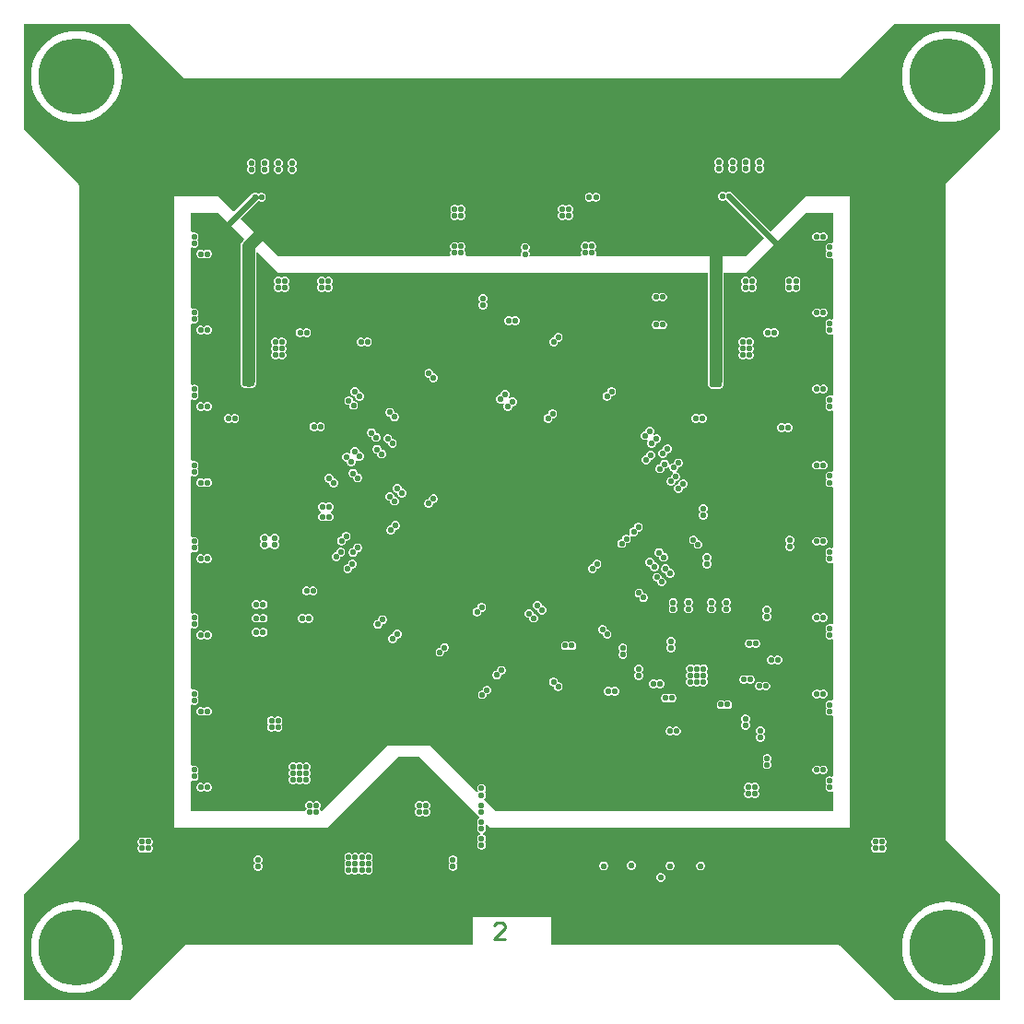
<source format=gbr>
%TF.GenerationSoftware,Altium Limited,Altium Designer,24.0.1 (36)*%
G04 Layer_Physical_Order=2*
G04 Layer_Color=36540*
%FSLAX45Y45*%
%MOMM*%
%TF.SameCoordinates,E594D193-3514-40B7-BCFE-BF8AFB9400D8*%
%TF.FilePolarity,Positive*%
%TF.FileFunction,Copper,L2,Inr,Signal*%
%TF.Part,Single*%
G01*
G75*
%TA.AperFunction,Conductor*%
%ADD84C,0.25000*%
%ADD90C,0.60000*%
%ADD94C,1.20000*%
%TA.AperFunction,NonConductor*%
%ADD95C,0.25400*%
%TA.AperFunction,ComponentPad*%
%ADD96C,7.00000*%
%ADD97C,1.52400*%
%TA.AperFunction,ViaPad*%
%ADD98C,0.56000*%
G36*
X8979609Y8008446D02*
X8485582Y7514419D01*
X8481162Y7507803D01*
X8479609Y7499999D01*
Y7400000D01*
Y1600000D01*
Y1500001D01*
X8481162Y1492197D01*
X8485582Y1485581D01*
X8979609Y991554D01*
Y20391D01*
X8008446D01*
X7514419Y514418D01*
X7507803Y518838D01*
X7499999Y520391D01*
X4874326D01*
X4862500Y522500D01*
X4862500Y533091D01*
Y782499D01*
X4137500Y782500D01*
Y533091D01*
X4137499Y522500D01*
X4125673Y520391D01*
X1500001D01*
X1492197Y518838D01*
X1485581Y514418D01*
X991554Y20391D01*
X20391D01*
Y991554D01*
X514418Y1485581D01*
X518838Y1492197D01*
X520391Y1500001D01*
Y1500001D01*
Y7400000D01*
Y7499999D01*
D01*
Y7499999D01*
X518838Y7507803D01*
X514418Y7514419D01*
X20391Y8008446D01*
Y8979609D01*
X991554D01*
X1485581Y8485582D01*
X1492197Y8481162D01*
X1500001Y8479609D01*
X7499999D01*
X7507803Y8481162D01*
X7514419Y8485582D01*
X8008446Y8979609D01*
X8979609D01*
Y8008446D01*
D02*
G37*
%LPC*%
G36*
X8500000Y8918997D02*
X8445310Y8915412D01*
X8391555Y8904720D01*
X8339657Y8887103D01*
X8290502Y8862862D01*
X8244931Y8832413D01*
X8203724Y8796276D01*
X8167587Y8755069D01*
X8137138Y8709498D01*
X8112897Y8660343D01*
X8095280Y8608445D01*
X8084588Y8554690D01*
X8081003Y8500000D01*
X8084588Y8445310D01*
X8095280Y8391555D01*
X8112897Y8339657D01*
X8137138Y8290502D01*
X8167587Y8244931D01*
X8203724Y8203724D01*
X8244931Y8167587D01*
X8290502Y8137138D01*
X8339657Y8112897D01*
X8391555Y8095280D01*
X8445310Y8084588D01*
X8500000Y8081003D01*
X8554690Y8084588D01*
X8608445Y8095280D01*
X8660343Y8112897D01*
X8709498Y8137138D01*
X8755069Y8167587D01*
X8796276Y8203724D01*
X8832413Y8244931D01*
X8862862Y8290502D01*
X8887103Y8339657D01*
X8904720Y8391555D01*
X8915412Y8445310D01*
X8918997Y8500000D01*
X8915412Y8554690D01*
X8904720Y8608445D01*
X8887103Y8660343D01*
X8862862Y8709498D01*
X8832413Y8755069D01*
X8796276Y8796276D01*
X8755069Y8832413D01*
X8709498Y8862862D01*
X8660343Y8887103D01*
X8608445Y8904720D01*
X8554690Y8915412D01*
X8500000Y8918997D01*
D02*
G37*
G36*
X500000D02*
X445310Y8915412D01*
X391555Y8904720D01*
X339657Y8887103D01*
X290502Y8862862D01*
X244931Y8832413D01*
X203724Y8796276D01*
X167587Y8755069D01*
X137138Y8709498D01*
X112897Y8660343D01*
X95280Y8608445D01*
X84588Y8554690D01*
X81003Y8500000D01*
X84588Y8445310D01*
X95280Y8391555D01*
X112897Y8339657D01*
X137138Y8290502D01*
X167587Y8244931D01*
X203724Y8203724D01*
X244931Y8167587D01*
X290501Y8137138D01*
X339657Y8112897D01*
X391555Y8095280D01*
X445310Y8084588D01*
X500000Y8081003D01*
X554690Y8084588D01*
X608445Y8095280D01*
X660343Y8112897D01*
X709499Y8137138D01*
X755069Y8167587D01*
X796276Y8203724D01*
X832413Y8244931D01*
X862862Y8290502D01*
X887103Y8339657D01*
X904720Y8391555D01*
X915412Y8445310D01*
X918997Y8500000D01*
X915412Y8554690D01*
X904720Y8608445D01*
X887103Y8660343D01*
X862862Y8709498D01*
X832413Y8755069D01*
X796276Y8796276D01*
X755069Y8832413D01*
X709499Y8862862D01*
X660343Y8887103D01*
X608445Y8904720D01*
X554690Y8915412D01*
X500000Y8918997D01*
D02*
G37*
G36*
X6783095Y7753200D02*
X6766904D01*
X6751945Y7747004D01*
X6740496Y7735555D01*
X6734299Y7720596D01*
Y7704404D01*
X6740496Y7689446D01*
X6747441Y7682500D01*
X6740496Y7675555D01*
X6734299Y7660596D01*
Y7644404D01*
X6740496Y7629445D01*
X6751945Y7617996D01*
X6766904Y7611800D01*
X6783095D01*
X6798054Y7617996D01*
X6809503Y7629445D01*
X6815699Y7644404D01*
Y7660596D01*
X6809503Y7675555D01*
X6802557Y7682500D01*
X6809503Y7689446D01*
X6815699Y7704404D01*
Y7720596D01*
X6809503Y7735555D01*
X6798054Y7747004D01*
X6783095Y7753200D01*
D02*
G37*
G36*
X6658095D02*
X6641904D01*
X6626945Y7747004D01*
X6615496Y7735555D01*
X6609299Y7720596D01*
Y7704404D01*
X6615496Y7689446D01*
X6622441Y7682500D01*
X6615496Y7675555D01*
X6609299Y7660596D01*
Y7644404D01*
X6615496Y7629445D01*
X6626945Y7617996D01*
X6641904Y7611800D01*
X6658095D01*
X6673054Y7617996D01*
X6684503Y7629445D01*
X6690699Y7644404D01*
Y7660596D01*
X6684503Y7675555D01*
X6677557Y7682500D01*
X6684503Y7689446D01*
X6690699Y7704404D01*
Y7720596D01*
X6684503Y7735555D01*
X6673054Y7747004D01*
X6658095Y7753200D01*
D02*
G37*
G36*
X6533095D02*
X6516904D01*
X6501945Y7747004D01*
X6490496Y7735555D01*
X6484299Y7720596D01*
Y7704404D01*
X6490496Y7689446D01*
X6497441Y7682500D01*
X6490496Y7675555D01*
X6484299Y7660596D01*
Y7644404D01*
X6490496Y7629445D01*
X6501945Y7617996D01*
X6516904Y7611800D01*
X6533095D01*
X6548054Y7617996D01*
X6559503Y7629445D01*
X6565699Y7644404D01*
Y7660596D01*
X6559503Y7675555D01*
X6552557Y7682500D01*
X6559503Y7689446D01*
X6565699Y7704404D01*
Y7720596D01*
X6559503Y7735555D01*
X6548054Y7747004D01*
X6533095Y7753200D01*
D02*
G37*
G36*
X6408095D02*
X6391904D01*
X6376945Y7747004D01*
X6365496Y7735555D01*
X6359299Y7720596D01*
Y7704404D01*
X6365496Y7689446D01*
X6372441Y7682500D01*
X6365496Y7675555D01*
X6359299Y7660596D01*
Y7644404D01*
X6365496Y7629445D01*
X6376945Y7617996D01*
X6391904Y7611800D01*
X6408095D01*
X6423054Y7617996D01*
X6434503Y7629445D01*
X6440699Y7644404D01*
Y7660596D01*
X6434503Y7675555D01*
X6427557Y7682500D01*
X6434503Y7689446D01*
X6440699Y7704404D01*
Y7720596D01*
X6434503Y7735555D01*
X6423054Y7747004D01*
X6408095Y7753200D01*
D02*
G37*
G36*
X2488095Y7748200D02*
X2471904D01*
X2456945Y7742004D01*
X2445496Y7730555D01*
X2439299Y7715596D01*
Y7699404D01*
X2445496Y7684445D01*
X2452441Y7677500D01*
X2445496Y7670554D01*
X2439299Y7655596D01*
Y7639404D01*
X2445496Y7624445D01*
X2456945Y7612996D01*
X2471904Y7606800D01*
X2488095D01*
X2503054Y7612996D01*
X2514503Y7624445D01*
X2520699Y7639404D01*
Y7655596D01*
X2514503Y7670554D01*
X2507558Y7677500D01*
X2514503Y7684445D01*
X2520699Y7699404D01*
Y7715596D01*
X2514503Y7730555D01*
X2503054Y7742004D01*
X2488095Y7748200D01*
D02*
G37*
G36*
X2363095D02*
X2346904D01*
X2331945Y7742004D01*
X2320496Y7730555D01*
X2314299Y7715596D01*
Y7699404D01*
X2320496Y7684445D01*
X2327441Y7677500D01*
X2320496Y7670554D01*
X2314299Y7655596D01*
Y7639404D01*
X2320496Y7624445D01*
X2331945Y7612996D01*
X2346904Y7606800D01*
X2363095D01*
X2378054Y7612996D01*
X2389503Y7624445D01*
X2395699Y7639404D01*
Y7655596D01*
X2389503Y7670554D01*
X2382558Y7677500D01*
X2389503Y7684445D01*
X2395699Y7699404D01*
Y7715596D01*
X2389503Y7730555D01*
X2378054Y7742004D01*
X2363095Y7748200D01*
D02*
G37*
G36*
X2238095D02*
X2221904D01*
X2206945Y7742004D01*
X2195496Y7730555D01*
X2189299Y7715596D01*
Y7699404D01*
X2195496Y7684445D01*
X2202441Y7677500D01*
X2195496Y7670554D01*
X2189299Y7655596D01*
Y7639404D01*
X2195496Y7624445D01*
X2206945Y7612996D01*
X2221904Y7606800D01*
X2238095D01*
X2253054Y7612996D01*
X2264503Y7624445D01*
X2270699Y7639404D01*
Y7655596D01*
X2264503Y7670554D01*
X2257558Y7677500D01*
X2264503Y7684445D01*
X2270699Y7699404D01*
Y7715596D01*
X2264503Y7730555D01*
X2253054Y7742004D01*
X2238095Y7748200D01*
D02*
G37*
G36*
X2113095D02*
X2096904D01*
X2081945Y7742004D01*
X2070496Y7730555D01*
X2064299Y7715596D01*
Y7699404D01*
X2070496Y7684445D01*
X2077441Y7677500D01*
X2070496Y7670554D01*
X2064299Y7655596D01*
Y7639404D01*
X2070496Y7624445D01*
X2081945Y7612996D01*
X2096904Y7606800D01*
X2113095D01*
X2128054Y7612996D01*
X2139503Y7624445D01*
X2145699Y7639404D01*
Y7655596D01*
X2139503Y7670554D01*
X2132558Y7677500D01*
X2139503Y7684445D01*
X2145699Y7699404D01*
Y7715596D01*
X2139503Y7730555D01*
X2128054Y7742004D01*
X2113095Y7748200D01*
D02*
G37*
G36*
X6492383Y7441180D02*
X6475722Y7437866D01*
X6461598Y7428429D01*
X6459375Y7428210D01*
X6455437Y7432147D01*
X6440479Y7438344D01*
X6424287D01*
X6409328Y7432147D01*
X6397879Y7420698D01*
X6391683Y7405739D01*
Y7389548D01*
X6397879Y7374589D01*
X6409328Y7363140D01*
X6424287Y7356944D01*
X6440479D01*
X6455437Y7363140D01*
X6459375Y7367077D01*
X6461598Y7366859D01*
X6814228Y7014228D01*
X6650000Y6850000D01*
X5277552D01*
X5270069Y6862700D01*
X5273728Y6871532D01*
Y6887724D01*
X5267532Y6902682D01*
X5260586Y6909628D01*
X5267532Y6916573D01*
X5273728Y6931532D01*
Y6947723D01*
X5267532Y6962682D01*
X5256082Y6974131D01*
X5241124Y6980328D01*
X5224932D01*
X5209973Y6974131D01*
X5203028Y6967186D01*
X5196083Y6974131D01*
X5181124Y6980328D01*
X5164933D01*
X5149974Y6974131D01*
X5138525Y6962682D01*
X5132328Y6947723D01*
Y6931532D01*
X5138525Y6916573D01*
X5145470Y6909628D01*
X5138525Y6902682D01*
X5132328Y6887724D01*
Y6871532D01*
X5135987Y6862700D01*
X5128504Y6850000D01*
X4667103D01*
X4660047Y6860560D01*
X4660556Y6861787D01*
Y6877978D01*
X4654359Y6892937D01*
X4647414Y6899882D01*
X4654359Y6906828D01*
X4660556Y6921787D01*
Y6937978D01*
X4654359Y6952937D01*
X4642910Y6964386D01*
X4627951Y6970582D01*
X4611760D01*
X4596801Y6964386D01*
X4585352Y6952937D01*
X4579156Y6937978D01*
Y6921787D01*
X4585352Y6906828D01*
X4592297Y6899882D01*
X4585352Y6892937D01*
X4579156Y6877978D01*
Y6861787D01*
X4579664Y6860560D01*
X4572608Y6850000D01*
X4077083D01*
X4069542Y6862700D01*
X4073160Y6871433D01*
Y6887625D01*
X4066963Y6902583D01*
X4060018Y6909529D01*
X4066963Y6916474D01*
X4073160Y6931433D01*
Y6947624D01*
X4066963Y6962583D01*
X4055514Y6974032D01*
X4040556Y6980229D01*
X4024364D01*
X4009405Y6974032D01*
X4002460Y6967087D01*
X3995515Y6974032D01*
X3980556Y6980229D01*
X3964364D01*
X3949406Y6974032D01*
X3937957Y6962583D01*
X3931760Y6947624D01*
Y6931433D01*
X3937957Y6916474D01*
X3944902Y6909529D01*
X3937957Y6902583D01*
X3931760Y6887625D01*
Y6871433D01*
X3935378Y6862700D01*
X3927837Y6850000D01*
X2350000D01*
X2005785Y7194215D01*
X2170785Y7359215D01*
X2173032Y7359436D01*
X2174328Y7358140D01*
X2189287Y7351944D01*
X2205478D01*
X2220437Y7358140D01*
X2231886Y7369589D01*
X2238083Y7384548D01*
Y7400739D01*
X2231886Y7415698D01*
X2220437Y7427147D01*
X2205478Y7433344D01*
X2189287D01*
X2174328Y7427147D01*
X2169095Y7421914D01*
X2156660Y7430222D01*
X2149644Y7431618D01*
X2145479Y7433344D01*
X2140969D01*
X2140000Y7433536D01*
X2139031Y7433344D01*
X2129287D01*
X2114328Y7427147D01*
X2102879Y7415698D01*
X2101996Y7413566D01*
X1944215Y7255785D01*
X1800000Y7400000D01*
X1400000D01*
Y1600000D01*
X2800000D01*
X3450000Y2250000D01*
X3650000D01*
X4201980Y1698019D01*
X4199503Y1685563D01*
X4196945Y1684504D01*
X4185496Y1673055D01*
X4179300Y1658096D01*
Y1641905D01*
X4185496Y1626946D01*
X4192442Y1620000D01*
X4185496Y1613055D01*
X4179300Y1598096D01*
Y1581905D01*
X4185496Y1566946D01*
X4196945Y1555497D01*
X4205692Y1551874D01*
Y1538127D01*
X4196945Y1534504D01*
X4185496Y1523055D01*
X4179300Y1508096D01*
Y1491905D01*
X4185496Y1476946D01*
X4192442Y1470000D01*
X4185496Y1463055D01*
X4179300Y1448096D01*
Y1431905D01*
X4185496Y1416946D01*
X4196945Y1405497D01*
X4211904Y1399300D01*
X4228096D01*
X4243055Y1405497D01*
X4254504Y1416946D01*
X4260700Y1431905D01*
Y1448096D01*
X4254504Y1463055D01*
X4247558Y1470000D01*
X4254504Y1476946D01*
X4260700Y1491905D01*
Y1508096D01*
X4254504Y1523055D01*
X4243055Y1534504D01*
X4234308Y1538127D01*
Y1551874D01*
X4243055Y1555497D01*
X4254504Y1566946D01*
X4260700Y1581905D01*
Y1598096D01*
X4254504Y1613055D01*
X4247558Y1620000D01*
X4254504Y1626946D01*
X4255563Y1629503D01*
X4268019Y1631981D01*
X4300000Y1600000D01*
X7600000D01*
Y7400000D01*
X7200000D01*
X6875798Y7075798D01*
X6523168Y7428428D01*
X6509043Y7437866D01*
X6492383Y7441180D01*
D02*
G37*
G36*
X5278213Y7430556D02*
X5262022D01*
X5247063Y7424359D01*
X5240118Y7417414D01*
X5233172Y7424359D01*
X5218213Y7430556D01*
X5202022D01*
X5187063Y7424359D01*
X5175614Y7412910D01*
X5169418Y7397951D01*
Y7381760D01*
X5175614Y7366801D01*
X5187063Y7355352D01*
X5202022Y7349156D01*
X5218213D01*
X5233172Y7355352D01*
X5240118Y7362297D01*
X5247063Y7355352D01*
X5262022Y7349156D01*
X5278213D01*
X5293172Y7355352D01*
X5304621Y7366801D01*
X5310817Y7381760D01*
Y7397951D01*
X5304621Y7412910D01*
X5293172Y7424359D01*
X5278213Y7430556D01*
D02*
G37*
G36*
X5031124Y7323825D02*
X5014932D01*
X4999973Y7317629D01*
X4993028Y7310683D01*
X4986083Y7317629D01*
X4971124Y7323825D01*
X4954932D01*
X4939974Y7317629D01*
X4928525Y7306180D01*
X4922328Y7291221D01*
Y7275029D01*
X4928525Y7260071D01*
X4935470Y7253125D01*
X4928525Y7246180D01*
X4922328Y7231221D01*
Y7215030D01*
X4928525Y7200071D01*
X4939974Y7188622D01*
X4954932Y7182425D01*
X4971124D01*
X4986083Y7188622D01*
X4993028Y7195567D01*
X4999973Y7188622D01*
X5014932Y7182425D01*
X5031124D01*
X5046082Y7188622D01*
X5057531Y7200071D01*
X5063728Y7215030D01*
Y7231221D01*
X5057531Y7246180D01*
X5050586Y7253125D01*
X5057531Y7260071D01*
X5063728Y7275029D01*
Y7291221D01*
X5057531Y7306180D01*
X5046082Y7317629D01*
X5031124Y7323825D01*
D02*
G37*
G36*
X4041123D02*
X4024932D01*
X4009973Y7317629D01*
X4003028Y7310683D01*
X3996083Y7317629D01*
X3981124Y7323825D01*
X3964932D01*
X3949974Y7317629D01*
X3938525Y7306180D01*
X3932328Y7291221D01*
Y7275029D01*
X3938525Y7260071D01*
X3945470Y7253125D01*
X3938525Y7246180D01*
X3932328Y7231221D01*
Y7215030D01*
X3938525Y7200071D01*
X3949974Y7188622D01*
X3964932Y7182425D01*
X3981124D01*
X3996083Y7188622D01*
X4003028Y7195567D01*
X4009973Y7188622D01*
X4024932Y7182425D01*
X4041123D01*
X4056082Y7188622D01*
X4067531Y7200071D01*
X4073728Y7215030D01*
Y7231221D01*
X4067531Y7246180D01*
X4060586Y7253125D01*
X4067531Y7260071D01*
X4073728Y7275029D01*
Y7291221D01*
X4067531Y7306180D01*
X4056082Y7317629D01*
X4041123Y7323825D01*
D02*
G37*
G36*
X3715624Y1845584D02*
X3699432D01*
X3684473Y1839387D01*
X3677528Y1832442D01*
X3670583Y1839387D01*
X3655624Y1845584D01*
X3639433D01*
X3624474Y1839387D01*
X3613025Y1827938D01*
X3606828Y1812979D01*
Y1796788D01*
X3613025Y1781829D01*
X3619970Y1774884D01*
X3613025Y1767938D01*
X3606828Y1752979D01*
Y1736788D01*
X3613025Y1721829D01*
X3624474Y1710380D01*
X3639433Y1704184D01*
X3655624D01*
X3670583Y1710380D01*
X3677528Y1717325D01*
X3684473Y1710380D01*
X3699432Y1704184D01*
X3715624D01*
X3730583Y1710380D01*
X3742032Y1721829D01*
X3748228Y1736788D01*
Y1752979D01*
X3742032Y1767938D01*
X3735086Y1774884D01*
X3742032Y1781829D01*
X3748228Y1796788D01*
Y1812979D01*
X3742032Y1827938D01*
X3730583Y1839387D01*
X3715624Y1845584D01*
D02*
G37*
G36*
X7907951Y1510583D02*
X7891760D01*
X7876801Y1504387D01*
X7872414Y1500000D01*
X7869856Y1497442D01*
X7867297Y1500000D01*
X7862911Y1504387D01*
X7847952Y1510583D01*
X7831760D01*
X7816801Y1504387D01*
X7812415Y1500000D01*
X7805352Y1492938D01*
X7799156Y1477979D01*
Y1461788D01*
X7805352Y1446829D01*
X7812298Y1439884D01*
X7805352Y1432938D01*
X7799156Y1417979D01*
Y1401788D01*
X7805352Y1386829D01*
X7816801Y1375380D01*
X7831760Y1369184D01*
X7847952D01*
X7862911Y1375380D01*
X7869856Y1382325D01*
X7876801Y1375380D01*
X7891760Y1369184D01*
X7907951D01*
X7922910Y1375380D01*
X7934359Y1386829D01*
X7940556Y1401788D01*
Y1417979D01*
X7934359Y1432938D01*
X7927414Y1439884D01*
X7934359Y1446829D01*
X7940556Y1461788D01*
Y1477979D01*
X7934359Y1492938D01*
X7927297Y1500000D01*
X7922910Y1504387D01*
X7907951Y1510583D01*
D02*
G37*
G36*
X1167951D02*
X1151760D01*
X1136801Y1504387D01*
X1132414Y1500000D01*
X1129856Y1497442D01*
X1127297Y1500000D01*
X1122911Y1504387D01*
X1107952Y1510583D01*
X1091760D01*
X1076802Y1504387D01*
X1072415Y1500000D01*
X1065352Y1492938D01*
X1059156Y1477979D01*
Y1461788D01*
X1065352Y1446829D01*
X1072298Y1439884D01*
X1065352Y1432938D01*
X1059156Y1417979D01*
Y1401788D01*
X1065352Y1386829D01*
X1076802Y1375380D01*
X1091760Y1369184D01*
X1107952D01*
X1122911Y1375380D01*
X1129856Y1382325D01*
X1136801Y1375380D01*
X1151760Y1369184D01*
X1167951D01*
X1182910Y1375380D01*
X1194359Y1386829D01*
X1200556Y1401788D01*
Y1417979D01*
X1194359Y1432938D01*
X1187414Y1439884D01*
X1194359Y1446829D01*
X1200556Y1461788D01*
Y1477979D01*
X1194359Y1492938D01*
X1187297Y1500000D01*
X1182910Y1504387D01*
X1167951Y1510583D01*
D02*
G37*
G36*
X3187950Y1370582D02*
X3171759D01*
X3156800Y1364386D01*
X3149855Y1357441D01*
X3142909Y1364386D01*
X3127951Y1370582D01*
X3111759D01*
X3096800Y1364386D01*
X3089855Y1357441D01*
X3082910Y1364386D01*
X3067951Y1370582D01*
X3051759D01*
X3036800Y1364386D01*
X3029855Y1357441D01*
X3022910Y1364386D01*
X3007951Y1370582D01*
X2991760D01*
X2976801Y1364386D01*
X2965352Y1352937D01*
X2959155Y1337978D01*
Y1321787D01*
X2965352Y1306828D01*
X2972297Y1299883D01*
X2965352Y1292937D01*
X2959155Y1277978D01*
Y1261787D01*
X2965352Y1246828D01*
X2972297Y1239883D01*
X2965352Y1232937D01*
X2959155Y1217979D01*
Y1201787D01*
X2965352Y1186828D01*
X2976801Y1175379D01*
X2991760Y1169183D01*
X3007951D01*
X3022910Y1175379D01*
X3029855Y1182324D01*
X3036800Y1175379D01*
X3051759Y1169183D01*
X3067951D01*
X3082910Y1175379D01*
X3089855Y1182325D01*
X3096800Y1175379D01*
X3111759Y1169183D01*
X3127951D01*
X3142909Y1175379D01*
X3149855Y1182325D01*
X3156800Y1175379D01*
X3171759Y1169183D01*
X3187950D01*
X3202909Y1175379D01*
X3214358Y1186828D01*
X3220555Y1201787D01*
Y1217979D01*
X3214358Y1232937D01*
X3207413Y1239883D01*
X3214358Y1246828D01*
X3220555Y1261787D01*
Y1277978D01*
X3214358Y1292937D01*
X3207413Y1299883D01*
X3214358Y1306828D01*
X3220555Y1321787D01*
Y1337978D01*
X3214358Y1352937D01*
X3202909Y1364386D01*
X3187950Y1370582D01*
D02*
G37*
G36*
X5603923Y1291488D02*
X5587731D01*
X5572772Y1285291D01*
X5561323Y1273842D01*
X5555127Y1258883D01*
Y1242692D01*
X5561323Y1227733D01*
X5572772Y1216284D01*
X5587731Y1210088D01*
X5603923D01*
X5618882Y1216284D01*
X5630331Y1227733D01*
X5636527Y1242692D01*
Y1258883D01*
X5630331Y1273842D01*
X5618882Y1285291D01*
X5603923Y1291488D01*
D02*
G37*
G36*
X6241423Y1288988D02*
X6225231D01*
X6210272Y1282791D01*
X6198823Y1271342D01*
X6192627Y1256384D01*
Y1240192D01*
X6198823Y1225233D01*
X6210272Y1213784D01*
X6225231Y1207588D01*
X6241423D01*
X6256381Y1213784D01*
X6267830Y1225233D01*
X6274027Y1240192D01*
Y1256384D01*
X6267830Y1271342D01*
X6256381Y1282791D01*
X6241423Y1288988D01*
D02*
G37*
G36*
X5961423D02*
X5945231D01*
X5930272Y1282791D01*
X5918823Y1271342D01*
X5912627Y1256384D01*
Y1240192D01*
X5918823Y1225233D01*
X5930272Y1213784D01*
X5945231Y1207588D01*
X5961423D01*
X5976381Y1213784D01*
X5987831Y1225233D01*
X5994027Y1240192D01*
Y1256384D01*
X5987831Y1271342D01*
X5976381Y1282791D01*
X5961423Y1288988D01*
D02*
G37*
G36*
X5348923D02*
X5332731D01*
X5317772Y1282791D01*
X5306323Y1271342D01*
X5300127Y1256384D01*
Y1240192D01*
X5306323Y1225233D01*
X5317772Y1213784D01*
X5332731Y1207588D01*
X5348923D01*
X5363882Y1213784D01*
X5375331Y1225233D01*
X5381527Y1240192D01*
Y1256384D01*
X5375331Y1271342D01*
X5363882Y1282791D01*
X5348923Y1288988D01*
D02*
G37*
G36*
X2175544Y1345857D02*
X2159352D01*
X2144393Y1339660D01*
X2132944Y1328211D01*
X2126748Y1313252D01*
Y1297061D01*
X2132944Y1282102D01*
X2139890Y1275157D01*
X2132944Y1268211D01*
X2126748Y1253253D01*
Y1237061D01*
X2132944Y1222102D01*
X2144393Y1210653D01*
X2159352Y1204457D01*
X2175544D01*
X2190503Y1210653D01*
X2201952Y1222102D01*
X2208148Y1237061D01*
Y1253253D01*
X2201952Y1268211D01*
X2195006Y1275157D01*
X2201952Y1282102D01*
X2208148Y1297061D01*
Y1313252D01*
X2201952Y1328211D01*
X2190503Y1339660D01*
X2175544Y1345857D01*
D02*
G37*
G36*
X3965648Y1345543D02*
X3949456D01*
X3934498Y1339347D01*
X3923049Y1327898D01*
X3916852Y1312939D01*
Y1296747D01*
X3923049Y1281789D01*
X3929994Y1274843D01*
X3923049Y1267898D01*
X3916852Y1252939D01*
Y1236748D01*
X3923049Y1221789D01*
X3934498Y1210340D01*
X3949456Y1204143D01*
X3965648D01*
X3980607Y1210340D01*
X3992056Y1221789D01*
X3998252Y1236748D01*
Y1252939D01*
X3992056Y1267898D01*
X3985110Y1274843D01*
X3992056Y1281789D01*
X3998252Y1296747D01*
Y1312939D01*
X3992056Y1327898D01*
X3980607Y1339347D01*
X3965648Y1345543D01*
D02*
G37*
G36*
X5873096Y1185700D02*
X5856904D01*
X5841945Y1179504D01*
X5830496Y1168055D01*
X5824300Y1153096D01*
Y1136904D01*
X5830496Y1121945D01*
X5841945Y1110496D01*
X5856904Y1104300D01*
X5873096D01*
X5888055Y1110496D01*
X5899504Y1121945D01*
X5905700Y1136904D01*
Y1153096D01*
X5899504Y1168055D01*
X5888055Y1179504D01*
X5873096Y1185700D01*
D02*
G37*
G36*
X8500000Y918997D02*
X8445310Y915412D01*
X8391555Y904720D01*
X8339657Y887103D01*
X8290502Y862862D01*
X8244931Y832413D01*
X8203724Y796276D01*
X8167587Y755069D01*
X8137138Y709499D01*
X8112897Y660343D01*
X8095280Y608445D01*
X8084588Y554690D01*
X8081003Y500000D01*
X8084588Y445310D01*
X8095280Y391555D01*
X8112897Y339657D01*
X8137138Y290501D01*
X8167587Y244931D01*
X8203724Y203724D01*
X8244931Y167587D01*
X8290502Y137138D01*
X8339657Y112897D01*
X8391555Y95280D01*
X8445310Y84588D01*
X8500000Y81003D01*
X8554690Y84588D01*
X8608445Y95280D01*
X8660343Y112897D01*
X8709498Y137138D01*
X8755069Y167587D01*
X8796276Y203724D01*
X8832413Y244931D01*
X8862862Y290501D01*
X8887103Y339657D01*
X8904720Y391555D01*
X8915412Y445310D01*
X8918997Y500000D01*
X8915412Y554690D01*
X8904720Y608445D01*
X8887103Y660343D01*
X8862862Y709499D01*
X8832413Y755069D01*
X8796276Y796276D01*
X8755069Y832413D01*
X8709498Y862862D01*
X8660343Y887103D01*
X8608445Y904720D01*
X8554690Y915412D01*
X8500000Y918997D01*
D02*
G37*
G36*
X500000D02*
X445310Y915412D01*
X391555Y904720D01*
X339657Y887103D01*
X290502Y862862D01*
X244931Y832413D01*
X203724Y796276D01*
X167587Y755069D01*
X137138Y709499D01*
X112897Y660343D01*
X95280Y608445D01*
X84588Y554690D01*
X81003Y500000D01*
X84588Y445310D01*
X95280Y391555D01*
X112897Y339657D01*
X137138Y290501D01*
X167587Y244931D01*
X203724Y203724D01*
X244931Y167587D01*
X290501Y137138D01*
X339657Y112897D01*
X391555Y95280D01*
X445310Y84588D01*
X500000Y81003D01*
X554690Y84588D01*
X608445Y95280D01*
X660343Y112897D01*
X709499Y137138D01*
X755069Y167587D01*
X796276Y203724D01*
X832413Y244931D01*
X862862Y290501D01*
X887103Y339657D01*
X904720Y391555D01*
X915412Y445310D01*
X918997Y500000D01*
X915412Y554690D01*
X904720Y608445D01*
X887103Y660343D01*
X862862Y709499D01*
X832413Y755069D01*
X796276Y796276D01*
X755069Y832413D01*
X709499Y862862D01*
X660343Y887103D01*
X608445Y904720D01*
X554690Y915412D01*
X500000Y918997D01*
D02*
G37*
%LPD*%
G36*
X7450000Y6974151D02*
X7437300Y6966886D01*
X7428096Y6970699D01*
X7411904D01*
X7396945Y6964503D01*
X7385496Y6953054D01*
X7379300Y6938095D01*
Y6921903D01*
X7385496Y6906945D01*
X7392442Y6899999D01*
X7385496Y6893054D01*
X7379300Y6878095D01*
Y6861903D01*
X7385496Y6846945D01*
X7396945Y6835496D01*
X7411904Y6829299D01*
X7428096D01*
X7437300Y6833112D01*
X7450000Y6825847D01*
Y6274151D01*
X7437300Y6266887D01*
X7428096Y6270699D01*
X7411904D01*
X7396945Y6264503D01*
X7385496Y6253054D01*
X7379300Y6238095D01*
Y6221903D01*
X7385496Y6206945D01*
X7392442Y6199999D01*
X7385496Y6193054D01*
X7379300Y6178095D01*
Y6161904D01*
X7385496Y6146945D01*
X7396945Y6135496D01*
X7411904Y6129299D01*
X7428096D01*
X7437300Y6133112D01*
X7450000Y6125848D01*
Y5574151D01*
X7437300Y5566887D01*
X7428096Y5570699D01*
X7411904D01*
X7396945Y5564503D01*
X7385496Y5553054D01*
X7379300Y5538095D01*
Y5521904D01*
X7385496Y5506945D01*
X7392442Y5499999D01*
X7385496Y5493054D01*
X7379300Y5478095D01*
Y5461904D01*
X7385496Y5446945D01*
X7396945Y5435496D01*
X7411904Y5429300D01*
X7428096D01*
X7437300Y5433112D01*
X7450000Y5425848D01*
Y4874151D01*
X7437300Y4866887D01*
X7428096Y4870699D01*
X7411904D01*
X7396945Y4864503D01*
X7385496Y4853054D01*
X7379300Y4838095D01*
Y4821904D01*
X7385496Y4806945D01*
X7392442Y4800000D01*
X7385496Y4793054D01*
X7379300Y4778095D01*
Y4761904D01*
X7385496Y4746945D01*
X7396945Y4735496D01*
X7411904Y4729300D01*
X7428096D01*
X7437300Y4733112D01*
X7450000Y4725848D01*
Y4174151D01*
X7437300Y4166887D01*
X7428096Y4170700D01*
X7411904D01*
X7396945Y4164503D01*
X7385496Y4153054D01*
X7379300Y4138095D01*
Y4121904D01*
X7385496Y4106945D01*
X7392442Y4100000D01*
X7385496Y4093054D01*
X7379300Y4078095D01*
Y4061904D01*
X7385496Y4046945D01*
X7396945Y4035496D01*
X7411904Y4029300D01*
X7428096D01*
X7437300Y4033112D01*
X7450000Y4025848D01*
Y3474152D01*
X7437300Y3466887D01*
X7428096Y3470700D01*
X7411904D01*
X7396945Y3464503D01*
X7385496Y3453054D01*
X7379300Y3438095D01*
Y3421904D01*
X7385496Y3406945D01*
X7392442Y3400000D01*
X7385496Y3393054D01*
X7379300Y3378096D01*
Y3361904D01*
X7385496Y3346945D01*
X7396945Y3335496D01*
X7411904Y3329300D01*
X7428096D01*
X7437300Y3333112D01*
X7450000Y3325848D01*
Y2774152D01*
X7437300Y2766887D01*
X7428096Y2770700D01*
X7411904D01*
X7396945Y2764503D01*
X7385496Y2753054D01*
X7379300Y2738096D01*
Y2721904D01*
X7385496Y2706945D01*
X7392442Y2700000D01*
X7385496Y2693055D01*
X7379300Y2678096D01*
Y2661904D01*
X7385496Y2646945D01*
X7396945Y2635496D01*
X7411904Y2629300D01*
X7428096D01*
X7437300Y2633113D01*
X7450000Y2625848D01*
Y2074152D01*
X7437300Y2066887D01*
X7428096Y2070700D01*
X7411904D01*
X7396945Y2064504D01*
X7385496Y2053055D01*
X7379300Y2038096D01*
Y2021904D01*
X7385496Y2006945D01*
X7392442Y2000000D01*
X7385496Y1993055D01*
X7379300Y1978096D01*
Y1961904D01*
X7385496Y1946946D01*
X7396945Y1935497D01*
X7411904Y1929300D01*
X7428096D01*
X7437300Y1933113D01*
X7450000Y1925848D01*
Y1750000D01*
X4350000D01*
X4241636Y1858364D01*
X4243055Y1865497D01*
X4254504Y1876946D01*
X4260700Y1891905D01*
Y1908096D01*
X4254504Y1923055D01*
X4247558Y1930000D01*
X4254504Y1936946D01*
X4260700Y1951904D01*
Y1968096D01*
X4254504Y1983055D01*
X4243055Y1994504D01*
X4228096Y2000700D01*
X4211904D01*
X4196945Y1994504D01*
X4185496Y1983055D01*
X4179300Y1968096D01*
Y1951904D01*
X4185496Y1936946D01*
X4187902Y1934540D01*
X4186455Y1931506D01*
X4171128Y1928872D01*
X3750000Y2350000D01*
X3350000D01*
X2755064Y1755064D01*
X2754767Y1755012D01*
X2740881Y1758645D01*
X2737032Y1767938D01*
X2730086Y1774884D01*
X2737032Y1781829D01*
X2743228Y1796788D01*
Y1812979D01*
X2737032Y1827938D01*
X2725583Y1839387D01*
X2710624Y1845584D01*
X2694432D01*
X2679473Y1839387D01*
X2672528Y1832442D01*
X2665583Y1839387D01*
X2650624Y1845584D01*
X2634433D01*
X2619474Y1839387D01*
X2608025Y1827938D01*
X2601828Y1812979D01*
Y1796788D01*
X2608025Y1781829D01*
X2614970Y1774884D01*
X2608025Y1767938D01*
X2601828Y1752979D01*
Y1750000D01*
X1550000D01*
Y2025848D01*
X1562700Y2033113D01*
X1571904Y2029300D01*
X1588096D01*
X1603055Y2035496D01*
X1614504Y2046945D01*
X1620700Y2061904D01*
Y2078096D01*
X1614504Y2093054D01*
X1607558Y2100000D01*
X1614504Y2106945D01*
X1620700Y2121904D01*
Y2138096D01*
X1614504Y2153054D01*
X1603055Y2164503D01*
X1588096Y2170700D01*
X1571904D01*
X1562700Y2166887D01*
X1550000Y2174151D01*
Y2725848D01*
X1562700Y2733113D01*
X1571904Y2729300D01*
X1588096D01*
X1603055Y2735496D01*
X1614504Y2746945D01*
X1620700Y2761904D01*
Y2778096D01*
X1614504Y2793054D01*
X1607558Y2800000D01*
X1614504Y2806945D01*
X1620700Y2821904D01*
Y2838095D01*
X1614504Y2853054D01*
X1603055Y2864503D01*
X1588096Y2870700D01*
X1571904D01*
X1562700Y2866887D01*
X1550000Y2874151D01*
Y3425848D01*
X1562700Y3433113D01*
X1571904Y3429300D01*
X1588096D01*
X1603055Y3435496D01*
X1614504Y3446945D01*
X1620700Y3461904D01*
Y3478095D01*
X1614504Y3493054D01*
X1607558Y3500000D01*
X1614504Y3506945D01*
X1620700Y3521904D01*
Y3538095D01*
X1614504Y3553054D01*
X1603055Y3564503D01*
X1588096Y3570699D01*
X1571904D01*
X1562700Y3566887D01*
X1550000Y3574151D01*
Y4125848D01*
X1562700Y4133112D01*
X1571904Y4129300D01*
X1588096D01*
X1603055Y4135496D01*
X1614504Y4146945D01*
X1620700Y4161904D01*
Y4178095D01*
X1614504Y4193054D01*
X1607558Y4199999D01*
X1614504Y4206945D01*
X1620700Y4221904D01*
Y4238095D01*
X1614504Y4253054D01*
X1603055Y4264503D01*
X1588096Y4270699D01*
X1571904D01*
X1562700Y4266887D01*
X1550000Y4274151D01*
Y4825848D01*
X1562700Y4833112D01*
X1571904Y4829299D01*
X1588096D01*
X1603055Y4835496D01*
X1614504Y4846945D01*
X1620700Y4861904D01*
Y4878095D01*
X1614504Y4893054D01*
X1607558Y4899999D01*
X1614504Y4906945D01*
X1620700Y4921904D01*
Y4938095D01*
X1614504Y4953054D01*
X1603055Y4964503D01*
X1588096Y4970699D01*
X1571904D01*
X1562700Y4966886D01*
X1550000Y4974151D01*
Y5525848D01*
X1562700Y5533112D01*
X1571904Y5529299D01*
X1588096D01*
X1603055Y5535496D01*
X1614504Y5546945D01*
X1620700Y5561904D01*
Y5578095D01*
X1614504Y5593054D01*
X1607558Y5599999D01*
X1614504Y5606945D01*
X1620700Y5621903D01*
Y5638095D01*
X1614504Y5653054D01*
X1603055Y5664503D01*
X1588096Y5670699D01*
X1571904D01*
X1562700Y5666886D01*
X1550000Y5674151D01*
Y6225848D01*
X1562700Y6233112D01*
X1571904Y6229299D01*
X1588096D01*
X1603055Y6235496D01*
X1614504Y6246945D01*
X1620700Y6261903D01*
Y6278095D01*
X1614504Y6293054D01*
X1607558Y6299999D01*
X1614504Y6306944D01*
X1620700Y6321903D01*
Y6338095D01*
X1614504Y6353054D01*
X1603055Y6364503D01*
X1588096Y6370699D01*
X1571904D01*
X1562700Y6366886D01*
X1550000Y6374151D01*
Y6925848D01*
X1562700Y6933113D01*
X1571904Y6929300D01*
X1588096D01*
X1603054Y6935496D01*
X1614504Y6946945D01*
X1620700Y6961904D01*
Y6978096D01*
X1614504Y6993055D01*
X1607558Y7000000D01*
X1614504Y7006945D01*
X1620700Y7021904D01*
Y7038096D01*
X1614504Y7053054D01*
X1603054Y7064504D01*
X1588096Y7070700D01*
X1571904D01*
X1562700Y7066887D01*
X1550000Y7074152D01*
Y7250000D01*
X1800000Y7249999D01*
X2043150Y7006850D01*
X2028150Y6991850D01*
X2016497Y6976663D01*
X2009171Y6958978D01*
X2006673Y6940000D01*
Y5710000D01*
X2009171Y5691022D01*
X2009880Y5689311D01*
X2009328Y5687979D01*
Y5671788D01*
X2015525Y5656829D01*
X2026974Y5645380D01*
X2041933Y5639184D01*
X2058124D01*
X2059558Y5639777D01*
X2061022Y5639171D01*
X2080000Y5636673D01*
X2098978Y5639171D01*
X2100470Y5639789D01*
X2101932Y5639184D01*
X2118124D01*
X2133083Y5645380D01*
X2144532Y5656829D01*
X2150728Y5671788D01*
Y5687979D01*
X2150148Y5689379D01*
X2150829Y5691022D01*
X2153327Y5710000D01*
Y6880079D01*
X2165060Y6884939D01*
X2350000Y6700000D01*
X6299173D01*
Y5702500D01*
X6301671Y5683522D01*
X6302476Y5681578D01*
X6302328Y5681221D01*
Y5665030D01*
X6308525Y5650071D01*
X6319974Y5638622D01*
X6334932Y5632425D01*
X6351124D01*
X6351412Y5632545D01*
X6353522Y5631671D01*
X6372500Y5629173D01*
X6391478Y5631671D01*
X6394116Y5632764D01*
X6394932Y5632425D01*
X6411124D01*
X6426082Y5638622D01*
X6437531Y5650071D01*
X6443728Y5665030D01*
Y5681221D01*
X6443052Y5682853D01*
X6443329Y5683522D01*
X6445827Y5702500D01*
Y6700000D01*
X6650000D01*
X7200012Y7250011D01*
X7450000Y7250012D01*
Y6974151D01*
D02*
G37*
%LPC*%
G36*
X7368096Y7070699D02*
X7351905D01*
X7336946Y7064503D01*
X7330000Y7057557D01*
X7323055Y7064503D01*
X7308096Y7070699D01*
X7291905D01*
X7276946Y7064503D01*
X7265497Y7053054D01*
X7259300Y7038095D01*
Y7021903D01*
X7265497Y7006945D01*
X7276946Y6995496D01*
X7291905Y6989299D01*
X7308096D01*
X7323055Y6995496D01*
X7330000Y7002441D01*
X7336946Y6995496D01*
X7351905Y6989299D01*
X7368096D01*
X7383055Y6995496D01*
X7394504Y7006945D01*
X7400700Y7021903D01*
Y7038095D01*
X7394504Y7053054D01*
X7383055Y7064503D01*
X7368096Y7070699D01*
D02*
G37*
G36*
X1708095Y6910700D02*
X1691904D01*
X1676945Y6904504D01*
X1669999Y6897558D01*
X1663054Y6904504D01*
X1648095Y6910700D01*
X1631904D01*
X1616945Y6904504D01*
X1605496Y6893055D01*
X1599300Y6878096D01*
Y6861904D01*
X1605496Y6846945D01*
X1616945Y6835496D01*
X1631904Y6829300D01*
X1648095D01*
X1663054Y6835496D01*
X1669999Y6842442D01*
X1676945Y6835496D01*
X1691904Y6829300D01*
X1708095D01*
X1723054Y6835496D01*
X1734503Y6846945D01*
X1740699Y6861904D01*
Y6878096D01*
X1734503Y6893055D01*
X1723054Y6904504D01*
X1708095Y6910700D01*
D02*
G37*
G36*
X7115624Y6660584D02*
X7099432D01*
X7084474Y6654387D01*
X7077528Y6647442D01*
X7070583Y6654387D01*
X7055624Y6660584D01*
X7039433D01*
X7024474Y6654387D01*
X7013025Y6642938D01*
X7006829Y6627979D01*
Y6611788D01*
X7013025Y6596829D01*
X7019970Y6589884D01*
X7013025Y6582938D01*
X7006829Y6567979D01*
Y6551788D01*
X7013025Y6536829D01*
X7024474Y6525380D01*
X7039433Y6519184D01*
X7055624D01*
X7070583Y6525380D01*
X7077528Y6532325D01*
X7084474Y6525380D01*
X7099432Y6519184D01*
X7115624D01*
X7130583Y6525380D01*
X7142032Y6536829D01*
X7148228Y6551788D01*
Y6567979D01*
X7142032Y6582938D01*
X7135086Y6589884D01*
X7142032Y6596829D01*
X7148228Y6611788D01*
Y6627979D01*
X7142032Y6642938D01*
X7130583Y6654387D01*
X7115624Y6660584D01*
D02*
G37*
G36*
X6715624D02*
X6699432D01*
X6684474Y6654387D01*
X6677528Y6647442D01*
X6670583Y6654387D01*
X6655624Y6660584D01*
X6639433D01*
X6624474Y6654387D01*
X6613025Y6642938D01*
X6606829Y6627979D01*
Y6611788D01*
X6613025Y6596829D01*
X6619970Y6589884D01*
X6613025Y6582938D01*
X6606829Y6567979D01*
Y6551788D01*
X6613025Y6536829D01*
X6624474Y6525380D01*
X6639433Y6519184D01*
X6655624D01*
X6670583Y6525380D01*
X6677528Y6532325D01*
X6684474Y6525380D01*
X6699432Y6519184D01*
X6715624D01*
X6730583Y6525380D01*
X6742032Y6536829D01*
X6748228Y6551788D01*
Y6567979D01*
X6742032Y6582938D01*
X6735086Y6589884D01*
X6742032Y6596829D01*
X6748228Y6611788D01*
Y6627979D01*
X6742032Y6642938D01*
X6730583Y6654387D01*
X6715624Y6660584D01*
D02*
G37*
G36*
X2820624D02*
X2804432D01*
X2789473Y6654387D01*
X2782528Y6647442D01*
X2775583Y6654387D01*
X2760624Y6660584D01*
X2744433D01*
X2729474Y6654387D01*
X2718025Y6642938D01*
X2711828Y6627979D01*
Y6611788D01*
X2718025Y6596829D01*
X2724970Y6589884D01*
X2718025Y6582938D01*
X2711828Y6567979D01*
Y6551788D01*
X2718025Y6536829D01*
X2729474Y6525380D01*
X2744433Y6519184D01*
X2760624D01*
X2775583Y6525380D01*
X2782528Y6532325D01*
X2789473Y6525380D01*
X2804432Y6519184D01*
X2820624D01*
X2835583Y6525380D01*
X2847032Y6536829D01*
X2853228Y6551788D01*
Y6567979D01*
X2847032Y6582938D01*
X2840086Y6589884D01*
X2847032Y6596829D01*
X2853228Y6611788D01*
Y6627979D01*
X2847032Y6642938D01*
X2835583Y6654387D01*
X2820624Y6660584D01*
D02*
G37*
G36*
X2420624D02*
X2404432D01*
X2389474Y6654387D01*
X2382528Y6647442D01*
X2375583Y6654387D01*
X2360624Y6660584D01*
X2344433D01*
X2329474Y6654387D01*
X2318025Y6642938D01*
X2311828Y6627979D01*
Y6611788D01*
X2318025Y6596829D01*
X2324970Y6589884D01*
X2318025Y6582938D01*
X2311828Y6567979D01*
Y6551788D01*
X2318025Y6536829D01*
X2329474Y6525380D01*
X2344433Y6519184D01*
X2360624D01*
X2375583Y6525380D01*
X2382528Y6532325D01*
X2389474Y6525380D01*
X2404432Y6519184D01*
X2420624D01*
X2435583Y6525380D01*
X2447032Y6536829D01*
X2453228Y6551788D01*
Y6567979D01*
X2447032Y6582938D01*
X2440086Y6589884D01*
X2447032Y6596829D01*
X2453228Y6611788D01*
Y6627979D01*
X2447032Y6642938D01*
X2435583Y6654387D01*
X2420624Y6660584D01*
D02*
G37*
G36*
X5889808Y6514027D02*
X5873617D01*
X5858658Y6507831D01*
X5851712Y6500885D01*
X5844767Y6507831D01*
X5829808Y6514027D01*
X5813617D01*
X5798658Y6507831D01*
X5787209Y6496381D01*
X5781012Y6481423D01*
Y6465231D01*
X5787209Y6450272D01*
X5798658Y6438823D01*
X5813617Y6432627D01*
X5829808D01*
X5844767Y6438823D01*
X5851712Y6445769D01*
X5858658Y6438823D01*
X5873617Y6432627D01*
X5889808D01*
X5904767Y6438823D01*
X5916216Y6450272D01*
X5922412Y6465231D01*
Y6481423D01*
X5916216Y6496381D01*
X5904767Y6507831D01*
X5889808Y6514027D01*
D02*
G37*
G36*
X4240835Y6501420D02*
X4224644D01*
X4209685Y6495223D01*
X4198236Y6483774D01*
X4192039Y6468816D01*
Y6452624D01*
X4198236Y6437665D01*
X4205181Y6430720D01*
X4198236Y6423775D01*
X4192039Y6408816D01*
Y6392624D01*
X4198236Y6377665D01*
X4209685Y6366216D01*
X4224644Y6360020D01*
X4240835D01*
X4255794Y6366216D01*
X4267243Y6377665D01*
X4273439Y6392624D01*
Y6408816D01*
X4267243Y6423775D01*
X4260298Y6430720D01*
X4267243Y6437665D01*
X4273439Y6452624D01*
Y6468816D01*
X4267243Y6483774D01*
X4255794Y6495223D01*
X4240835Y6501420D01*
D02*
G37*
G36*
X7368096Y6370699D02*
X7351905D01*
X7336946Y6364503D01*
X7330000Y6357558D01*
X7323055Y6364503D01*
X7308096Y6370699D01*
X7291905D01*
X7276946Y6364503D01*
X7265497Y6353054D01*
X7259300Y6338095D01*
Y6321904D01*
X7265497Y6306945D01*
X7276946Y6295496D01*
X7291905Y6289299D01*
X7308096D01*
X7323055Y6295496D01*
X7330000Y6302441D01*
X7336946Y6295496D01*
X7351905Y6289299D01*
X7368096D01*
X7383055Y6295496D01*
X7394504Y6306945D01*
X7400700Y6321904D01*
Y6338095D01*
X7394504Y6353054D01*
X7383055Y6364503D01*
X7368096Y6370699D01*
D02*
G37*
G36*
X4538816Y6297960D02*
X4522624D01*
X4507665Y6291764D01*
X4500720Y6284819D01*
X4493775Y6291764D01*
X4478816Y6297960D01*
X4462624D01*
X4447665Y6291764D01*
X4436216Y6280315D01*
X4430020Y6265356D01*
Y6249165D01*
X4436216Y6234206D01*
X4447665Y6222757D01*
X4462624Y6216561D01*
X4478816D01*
X4493775Y6222757D01*
X4500720Y6229702D01*
X4507665Y6222757D01*
X4522624Y6216561D01*
X4538816D01*
X4553774Y6222757D01*
X4565224Y6234206D01*
X4571420Y6249165D01*
Y6265356D01*
X4565224Y6280315D01*
X4553774Y6291764D01*
X4538816Y6297960D01*
D02*
G37*
G36*
X5889808Y6259027D02*
X5873617D01*
X5858658Y6252831D01*
X5851712Y6245885D01*
X5844767Y6252831D01*
X5829808Y6259027D01*
X5813617D01*
X5798658Y6252831D01*
X5787209Y6241381D01*
X5781012Y6226423D01*
Y6210231D01*
X5787209Y6195272D01*
X5798658Y6183823D01*
X5813617Y6177627D01*
X5829808D01*
X5844767Y6183823D01*
X5851712Y6190769D01*
X5858658Y6183823D01*
X5873617Y6177627D01*
X5889808D01*
X5904767Y6183823D01*
X5916216Y6195272D01*
X5922412Y6210231D01*
Y6226423D01*
X5916216Y6241381D01*
X5904767Y6252831D01*
X5889808Y6259027D01*
D02*
G37*
G36*
X1708095Y6210699D02*
X1691904D01*
X1676945Y6204503D01*
X1670000Y6197557D01*
X1663054Y6204503D01*
X1648096Y6210699D01*
X1631904D01*
X1616945Y6204503D01*
X1605496Y6193054D01*
X1599300Y6178095D01*
Y6161903D01*
X1605496Y6146945D01*
X1616945Y6135495D01*
X1631904Y6129299D01*
X1648096D01*
X1663054Y6135495D01*
X1670000Y6142441D01*
X1676945Y6135495D01*
X1691904Y6129299D01*
X1708095D01*
X1723054Y6135495D01*
X1734503Y6146945D01*
X1740700Y6161903D01*
Y6178095D01*
X1734503Y6193054D01*
X1723054Y6204503D01*
X1708095Y6210699D01*
D02*
G37*
G36*
X6915478Y6188343D02*
X6899287D01*
X6884328Y6182147D01*
X6877383Y6175202D01*
X6870437Y6182147D01*
X6855479Y6188343D01*
X6839287D01*
X6824328Y6182147D01*
X6812879Y6170698D01*
X6806683Y6155739D01*
Y6139548D01*
X6812879Y6124589D01*
X6824328Y6113140D01*
X6839287Y6106944D01*
X6855479D01*
X6870437Y6113140D01*
X6877383Y6120085D01*
X6884328Y6113140D01*
X6899287Y6106944D01*
X6915478D01*
X6930437Y6113140D01*
X6941886Y6124589D01*
X6948083Y6139548D01*
Y6155739D01*
X6941886Y6170698D01*
X6930437Y6182147D01*
X6915478Y6188343D01*
D02*
G37*
G36*
X2620478D02*
X2604287D01*
X2589328Y6182147D01*
X2582383Y6175202D01*
X2575437Y6182147D01*
X2560478Y6188343D01*
X2544287D01*
X2529328Y6182147D01*
X2517879Y6170698D01*
X2511683Y6155739D01*
Y6139548D01*
X2517879Y6124589D01*
X2529328Y6113140D01*
X2544287Y6106944D01*
X2560478D01*
X2575437Y6113140D01*
X2582383Y6120085D01*
X2589328Y6113140D01*
X2604287Y6106944D01*
X2620478D01*
X2635437Y6113140D01*
X2646886Y6124589D01*
X2653083Y6139548D01*
Y6155739D01*
X2646886Y6170698D01*
X2635437Y6182147D01*
X2620478Y6188343D01*
D02*
G37*
G36*
X3179808Y6104027D02*
X3163617D01*
X3148658Y6097831D01*
X3141712Y6090885D01*
X3134767Y6097831D01*
X3119808Y6104027D01*
X3103617D01*
X3088658Y6097831D01*
X3077209Y6086382D01*
X3071012Y6071423D01*
Y6055231D01*
X3077209Y6040272D01*
X3088658Y6028823D01*
X3103617Y6022627D01*
X3119808D01*
X3134767Y6028823D01*
X3141712Y6035769D01*
X3148658Y6028823D01*
X3163617Y6022627D01*
X3179808D01*
X3194767Y6028823D01*
X3206216Y6040272D01*
X3212412Y6055231D01*
Y6071423D01*
X3206216Y6086382D01*
X3194767Y6097831D01*
X3179808Y6104027D01*
D02*
G37*
G36*
X6688096Y6100700D02*
X6671905D01*
X6656946Y6094504D01*
X6650000Y6087558D01*
X6643055Y6094504D01*
X6628096Y6100700D01*
X6611905D01*
X6596946Y6094504D01*
X6585497Y6083055D01*
X6579301Y6068096D01*
Y6051904D01*
X6585497Y6036946D01*
X6592442Y6030000D01*
X6585497Y6023055D01*
X6579301Y6008096D01*
Y5991904D01*
X6585497Y5976945D01*
X6592442Y5970000D01*
X6585497Y5963055D01*
X6579301Y5948096D01*
Y5931904D01*
X6585497Y5916945D01*
X6596946Y5905496D01*
X6611905Y5899300D01*
X6628096D01*
X6643055Y5905496D01*
X6650000Y5912442D01*
X6656946Y5905496D01*
X6671905Y5899300D01*
X6688096D01*
X6703055Y5905496D01*
X6714504Y5916945D01*
X6720700Y5931904D01*
Y5948096D01*
X6714504Y5963055D01*
X6707559Y5970000D01*
X6714504Y5976945D01*
X6720700Y5991904D01*
Y6008096D01*
X6714504Y6023055D01*
X6707558Y6030000D01*
X6714504Y6036946D01*
X6720700Y6051904D01*
Y6068096D01*
X6714504Y6083055D01*
X6703055Y6094504D01*
X6688096Y6100700D01*
D02*
G37*
G36*
X2393096D02*
X2376905D01*
X2361946Y6094504D01*
X2355000Y6087558D01*
X2348055Y6094504D01*
X2333096Y6100700D01*
X2316905D01*
X2301946Y6094504D01*
X2290497Y6083055D01*
X2284300Y6068096D01*
Y6051904D01*
X2290497Y6036946D01*
X2297442Y6030000D01*
X2290497Y6023055D01*
X2284300Y6008096D01*
Y5991904D01*
X2290497Y5976945D01*
X2297442Y5970000D01*
X2290497Y5963055D01*
X2284300Y5948096D01*
Y5931904D01*
X2290497Y5916945D01*
X2301946Y5905496D01*
X2316905Y5899300D01*
X2333096D01*
X2348055Y5905496D01*
X2355000Y5912442D01*
X2361946Y5905496D01*
X2376905Y5899300D01*
X2393096D01*
X2408055Y5905496D01*
X2419504Y5916945D01*
X2425700Y5931904D01*
Y5948096D01*
X2419504Y5963055D01*
X2412559Y5970000D01*
X2419504Y5976945D01*
X2425700Y5991904D01*
Y6008096D01*
X2419504Y6023055D01*
X2412559Y6030000D01*
X2419504Y6036946D01*
X2425700Y6051904D01*
Y6068096D01*
X2419504Y6083055D01*
X2408055Y6094504D01*
X2393096Y6100700D01*
D02*
G37*
G36*
X4932309Y6143969D02*
X4916118D01*
X4901159Y6137772D01*
X4889710Y6126323D01*
X4883514Y6111364D01*
Y6101542D01*
X4873692D01*
X4858733Y6095346D01*
X4847284Y6083897D01*
X4841087Y6068938D01*
Y6052747D01*
X4847284Y6037788D01*
X4858733Y6026339D01*
X4873692Y6020142D01*
X4889883D01*
X4904842Y6026339D01*
X4916291Y6037788D01*
X4922487Y6052747D01*
Y6062569D01*
X4932309D01*
X4947268Y6068765D01*
X4958717Y6080214D01*
X4964914Y6095173D01*
Y6111364D01*
X4958717Y6126323D01*
X4947268Y6137772D01*
X4932309Y6143969D01*
D02*
G37*
G36*
X3744827Y5814914D02*
X3728635D01*
X3713677Y5808717D01*
X3702228Y5797268D01*
X3696031Y5782309D01*
Y5766118D01*
X3702228Y5751159D01*
X3713677Y5739710D01*
X3728635Y5733514D01*
X3738458D01*
Y5723692D01*
X3744654Y5708733D01*
X3756103Y5697284D01*
X3771062Y5691087D01*
X3787253D01*
X3802212Y5697284D01*
X3813661Y5708733D01*
X3819857Y5723692D01*
Y5739883D01*
X3813661Y5754842D01*
X3802212Y5766291D01*
X3787253Y5772487D01*
X3777431D01*
Y5782309D01*
X3771235Y5797268D01*
X3759786Y5808717D01*
X3744827Y5814914D01*
D02*
G37*
G36*
X7368096Y5670699D02*
X7351905D01*
X7336946Y5664503D01*
X7330000Y5657558D01*
X7323055Y5664503D01*
X7308096Y5670699D01*
X7291905D01*
X7276946Y5664503D01*
X7265497Y5653054D01*
X7259300Y5638095D01*
Y5621904D01*
X7265497Y5606945D01*
X7276946Y5595496D01*
X7291905Y5589299D01*
X7308096D01*
X7323055Y5595496D01*
X7330000Y5602441D01*
X7336946Y5595496D01*
X7351905Y5589299D01*
X7368096D01*
X7383055Y5595496D01*
X7394504Y5606945D01*
X7400700Y5621904D01*
Y5638095D01*
X7394504Y5653054D01*
X7383055Y5664503D01*
X7368096Y5670699D01*
D02*
G37*
G36*
X3065642Y5645520D02*
X3049450D01*
X3034491Y5639324D01*
X3023042Y5627875D01*
X3016846Y5612916D01*
Y5596725D01*
X3023042Y5581766D01*
X3034491Y5570317D01*
X3049450Y5564120D01*
X3059272D01*
Y5554298D01*
X3065469Y5539339D01*
X3076918Y5527890D01*
X3091876Y5521694D01*
X3108068D01*
X3123027Y5527890D01*
X3134476Y5539339D01*
X3140672Y5554298D01*
Y5570490D01*
X3134476Y5585449D01*
X3123027Y5596898D01*
X3108068Y5603094D01*
X3098246D01*
Y5612916D01*
X3092049Y5627875D01*
X3080600Y5639324D01*
X3065642Y5645520D01*
D02*
G37*
G36*
X5422309Y5643969D02*
X5406118D01*
X5391159Y5637773D01*
X5379710Y5626324D01*
X5373514Y5611365D01*
Y5601543D01*
X5363692D01*
X5348733Y5595346D01*
X5337284Y5583897D01*
X5331087Y5568938D01*
Y5552747D01*
X5337284Y5537788D01*
X5348733Y5526339D01*
X5363692Y5520143D01*
X5379883D01*
X5394842Y5526339D01*
X5406291Y5537788D01*
X5412487Y5552747D01*
Y5562569D01*
X5422309D01*
X5437268Y5568765D01*
X5448717Y5580214D01*
X5454914Y5595173D01*
Y5611365D01*
X5448717Y5626324D01*
X5437268Y5637773D01*
X5422309Y5643969D01*
D02*
G37*
G36*
X1708095Y5510699D02*
X1691904D01*
X1676945Y5504503D01*
X1670000Y5497557D01*
X1663054Y5504503D01*
X1648096Y5510699D01*
X1631904D01*
X1616945Y5504503D01*
X1605496Y5493054D01*
X1599300Y5478095D01*
Y5461903D01*
X1605496Y5446945D01*
X1616945Y5435496D01*
X1631904Y5429299D01*
X1648096D01*
X1663054Y5435496D01*
X1670000Y5442441D01*
X1676945Y5435496D01*
X1691904Y5429299D01*
X1708095D01*
X1723054Y5435496D01*
X1734503Y5446945D01*
X1740700Y5461903D01*
Y5478095D01*
X1734503Y5493054D01*
X1723054Y5504503D01*
X1708095Y5510699D01*
D02*
G37*
G36*
X3009073Y5563952D02*
X2992881D01*
X2977923Y5557755D01*
X2966474Y5546306D01*
X2960277Y5531348D01*
Y5515156D01*
X2966474Y5500197D01*
X2977923Y5488748D01*
X2992881Y5482552D01*
X3002704D01*
Y5472730D01*
X3008900Y5457771D01*
X3020349Y5446322D01*
X3035308Y5440126D01*
X3051499D01*
X3066458Y5446322D01*
X3077907Y5457771D01*
X3084104Y5472730D01*
Y5488921D01*
X3077907Y5503880D01*
X3066458Y5515329D01*
X3051499Y5521525D01*
X3041677D01*
Y5531348D01*
X3035481Y5546306D01*
X3024032Y5557755D01*
X3009073Y5563952D01*
D02*
G37*
G36*
X4445741Y5620537D02*
X4429549D01*
X4414591Y5614341D01*
X4403142Y5602892D01*
X4396945Y5587933D01*
Y5578111D01*
X4387123D01*
X4372164Y5571915D01*
X4360715Y5560466D01*
X4354519Y5545507D01*
Y5529316D01*
X4360715Y5514357D01*
X4372164Y5502908D01*
X4387123Y5496711D01*
X4403315D01*
X4418273Y5502908D01*
X4425744Y5493302D01*
X4425496Y5493055D01*
X4419300Y5478096D01*
Y5461904D01*
X4425496Y5446945D01*
X4436945Y5435496D01*
X4451904Y5429300D01*
X4468096D01*
X4483055Y5435496D01*
X4494504Y5446945D01*
X4500700Y5461904D01*
Y5471726D01*
X4510522D01*
X4525481Y5477923D01*
X4536930Y5489372D01*
X4543126Y5504331D01*
Y5520522D01*
X4536930Y5535481D01*
X4525481Y5546930D01*
X4510522Y5553126D01*
X4494331D01*
X4479372Y5546930D01*
X4471902Y5556536D01*
X4472149Y5556783D01*
X4478345Y5571742D01*
Y5587933D01*
X4472149Y5602892D01*
X4460700Y5614341D01*
X4445741Y5620537D01*
D02*
G37*
G36*
X6255596Y5400700D02*
X6239405D01*
X6224446Y5394504D01*
X6217500Y5387559D01*
X6210555Y5394504D01*
X6195596Y5400700D01*
X6179405D01*
X6164446Y5394504D01*
X6152997Y5383055D01*
X6146801Y5368096D01*
Y5351905D01*
X6152997Y5336946D01*
X6164446Y5325497D01*
X6179405Y5319301D01*
X6195596D01*
X6210555Y5325497D01*
X6217500Y5332442D01*
X6224446Y5325497D01*
X6239405Y5319301D01*
X6255596D01*
X6270555Y5325497D01*
X6282004Y5336946D01*
X6288200Y5351905D01*
Y5368096D01*
X6282004Y5383055D01*
X6270555Y5394504D01*
X6255596Y5400700D01*
D02*
G37*
G36*
X1960596D02*
X1944405D01*
X1929446Y5394504D01*
X1922500Y5387559D01*
X1915555Y5394504D01*
X1900596Y5400700D01*
X1884405D01*
X1869446Y5394504D01*
X1857997Y5383055D01*
X1851800Y5368096D01*
Y5351905D01*
X1857997Y5336946D01*
X1869446Y5325497D01*
X1884405Y5319301D01*
X1900596D01*
X1915555Y5325497D01*
X1922500Y5332442D01*
X1929446Y5325497D01*
X1944405Y5319301D01*
X1960596D01*
X1975555Y5325497D01*
X1987004Y5336946D01*
X1993200Y5351905D01*
Y5368096D01*
X1987004Y5383055D01*
X1975555Y5394504D01*
X1960596Y5400700D01*
D02*
G37*
G36*
X3384827Y5454914D02*
X3368635D01*
X3353677Y5448717D01*
X3342228Y5437268D01*
X3336031Y5422309D01*
Y5406118D01*
X3342228Y5391159D01*
X3353677Y5379710D01*
X3368635Y5373514D01*
X3378458D01*
Y5363692D01*
X3384654Y5348733D01*
X3396103Y5337284D01*
X3411062Y5331087D01*
X3427253D01*
X3442212Y5337284D01*
X3453661Y5348733D01*
X3459857Y5363692D01*
Y5379883D01*
X3453661Y5394842D01*
X3442212Y5406291D01*
X3427253Y5412487D01*
X3417431D01*
Y5422309D01*
X3411235Y5437268D01*
X3399786Y5448717D01*
X3384827Y5454914D01*
D02*
G37*
G36*
X4880741Y5443037D02*
X4864550D01*
X4849591Y5436841D01*
X4838142Y5425392D01*
X4831945Y5410433D01*
Y5400611D01*
X4822123D01*
X4807164Y5394415D01*
X4795715Y5382966D01*
X4789519Y5368007D01*
Y5351816D01*
X4795715Y5336857D01*
X4807164Y5325408D01*
X4822123Y5319211D01*
X4838315D01*
X4853274Y5325408D01*
X4864723Y5336857D01*
X4870919Y5351816D01*
Y5361637D01*
X4880741D01*
X4895700Y5367834D01*
X4907149Y5379283D01*
X4913345Y5394242D01*
Y5410433D01*
X4907149Y5425392D01*
X4895700Y5436841D01*
X4880741Y5443037D01*
D02*
G37*
G36*
X2747978Y5323344D02*
X2731787D01*
X2716828Y5317148D01*
X2709882Y5310202D01*
X2702937Y5317148D01*
X2687978Y5323344D01*
X2671787D01*
X2656828Y5317148D01*
X2645379Y5305699D01*
X2639182Y5290740D01*
Y5274549D01*
X2645379Y5259590D01*
X2656828Y5248141D01*
X2671787Y5241944D01*
X2687978D01*
X2702937Y5248141D01*
X2709882Y5255086D01*
X2716828Y5248141D01*
X2731787Y5241944D01*
X2747978D01*
X2762937Y5248141D01*
X2774386Y5259590D01*
X2780582Y5274549D01*
Y5290740D01*
X2774386Y5305699D01*
X2762937Y5317148D01*
X2747978Y5323344D01*
D02*
G37*
G36*
X7042978Y5313344D02*
X7026787D01*
X7011828Y5307148D01*
X7004882Y5300203D01*
X6997937Y5307148D01*
X6982978Y5313344D01*
X6966787D01*
X6951828Y5307148D01*
X6940379Y5295699D01*
X6934182Y5280740D01*
Y5264549D01*
X6940379Y5249590D01*
X6951828Y5238141D01*
X6966787Y5231944D01*
X6982978D01*
X6997937Y5238141D01*
X7004882Y5245086D01*
X7011828Y5238141D01*
X7026787Y5231944D01*
X7042978D01*
X7057937Y5238141D01*
X7069386Y5249590D01*
X7075582Y5264549D01*
Y5280740D01*
X7069386Y5295699D01*
X7057937Y5307148D01*
X7042978Y5313344D01*
D02*
G37*
G36*
X3215669Y5268127D02*
X3199478D01*
X3184519Y5261930D01*
X3173070Y5250481D01*
X3166874Y5235522D01*
Y5219331D01*
X3173070Y5204372D01*
X3184519Y5192923D01*
X3199478Y5186727D01*
X3209300D01*
Y5176905D01*
X3215496Y5161946D01*
X3226946Y5150497D01*
X3241904Y5144300D01*
X3258096D01*
X3273055Y5150497D01*
X3284504Y5161946D01*
X3290700Y5176905D01*
Y5193096D01*
X3284504Y5208055D01*
X3273055Y5219504D01*
X3258096Y5225700D01*
X3248274D01*
Y5235522D01*
X3242077Y5250481D01*
X3230628Y5261930D01*
X3215669Y5268127D01*
D02*
G37*
G36*
X3365504Y5215515D02*
X3349312D01*
X3334353Y5209319D01*
X3322904Y5197870D01*
X3316708Y5182911D01*
Y5166720D01*
X3322904Y5151761D01*
X3334353Y5140312D01*
X3349312Y5134115D01*
X3359134D01*
Y5124293D01*
X3365331Y5109334D01*
X3376780Y5097885D01*
X3391738Y5091689D01*
X3407930D01*
X3422889Y5097885D01*
X3434338Y5109334D01*
X3440534Y5124293D01*
Y5140485D01*
X3434338Y5155444D01*
X3422889Y5166893D01*
X3407930Y5173089D01*
X3398108D01*
Y5182911D01*
X3391911Y5197870D01*
X3380462Y5209319D01*
X3365504Y5215515D01*
D02*
G37*
G36*
X5772310Y5283969D02*
X5756118D01*
X5741159Y5277773D01*
X5729710Y5266323D01*
X5723514Y5251365D01*
Y5241542D01*
X5713692D01*
X5698733Y5235346D01*
X5687284Y5223897D01*
X5681087Y5208938D01*
Y5192747D01*
X5687284Y5177788D01*
X5698733Y5166339D01*
X5713692Y5160143D01*
X5729883D01*
X5741772Y5165067D01*
X5748966Y5154301D01*
X5747886Y5153220D01*
X5741690Y5138262D01*
Y5122070D01*
X5747886Y5107111D01*
X5759335Y5095662D01*
X5774294Y5089466D01*
X5790485D01*
X5805444Y5095662D01*
X5816893Y5107111D01*
X5823089Y5122070D01*
Y5131892D01*
X5832912D01*
X5847870Y5138089D01*
X5859319Y5149538D01*
X5865516Y5164496D01*
Y5180688D01*
X5859319Y5195647D01*
X5847870Y5207096D01*
X5832912Y5213292D01*
X5816720D01*
X5804831Y5208367D01*
X5797637Y5219134D01*
X5798717Y5220214D01*
X5804914Y5235173D01*
Y5251365D01*
X5798717Y5266323D01*
X5787268Y5277773D01*
X5772310Y5283969D01*
D02*
G37*
G36*
X3064812Y5093126D02*
X3048620D01*
X3033661Y5086930D01*
X3022212Y5075481D01*
X3016016Y5060522D01*
Y5044331D01*
X3016501Y5043161D01*
X3005734Y5035967D01*
X3004771Y5036930D01*
X2989812Y5043127D01*
X2973620D01*
X2958662Y5036930D01*
X2947213Y5025481D01*
X2941016Y5010522D01*
Y4994331D01*
X2947213Y4979372D01*
X2958662Y4967923D01*
X2973620Y4961727D01*
X2983047D01*
Y4952195D01*
X2989243Y4937236D01*
X3000692Y4925787D01*
X3015651Y4919591D01*
X3031842D01*
X3046801Y4925787D01*
X3058250Y4937236D01*
X3064446Y4952195D01*
Y4968386D01*
X3063962Y4969556D01*
X3074728Y4976750D01*
X3075692Y4975787D01*
X3090651Y4969591D01*
X3106842D01*
X3121801Y4975787D01*
X3133250Y4987236D01*
X3139446Y5002195D01*
Y5018386D01*
X3133250Y5033345D01*
X3121801Y5044794D01*
X3106842Y5050990D01*
X3097416D01*
Y5060522D01*
X3091220Y5075481D01*
X3079771Y5086930D01*
X3064812Y5093126D01*
D02*
G37*
G36*
X5936380Y5118984D02*
X5920188D01*
X5905229Y5112788D01*
X5893780Y5101339D01*
X5887584Y5086380D01*
Y5076558D01*
X5877762D01*
X5862803Y5070361D01*
X5851354Y5058912D01*
X5845157Y5043954D01*
Y5027762D01*
X5851354Y5012803D01*
X5862803Y5001354D01*
X5877762Y4995158D01*
X5893953D01*
X5908912Y5001354D01*
X5920361Y5012803D01*
X5926557Y5027762D01*
Y5037584D01*
X5936380D01*
X5951338Y5043781D01*
X5962787Y5055230D01*
X5968984Y5070188D01*
Y5086380D01*
X5962787Y5101339D01*
X5951338Y5112788D01*
X5936380Y5118984D01*
D02*
G37*
G36*
X3268096Y5115700D02*
X3251904D01*
X3236946Y5109504D01*
X3225496Y5098055D01*
X3219300Y5083096D01*
Y5066904D01*
X3225496Y5051945D01*
X3236946Y5040496D01*
X3251904Y5034300D01*
X3261727D01*
Y5024478D01*
X3267923Y5009519D01*
X3279372Y4998070D01*
X3294331Y4991874D01*
X3310522D01*
X3325481Y4998070D01*
X3336930Y5009519D01*
X3343126Y5024478D01*
Y5040669D01*
X3336930Y5055628D01*
X3325481Y5067077D01*
X3310522Y5073274D01*
X3300700D01*
Y5083096D01*
X3294504Y5098055D01*
X3283055Y5109504D01*
X3268096Y5115700D01*
D02*
G37*
G36*
X7368096Y4970699D02*
X7351905D01*
X7336946Y4964503D01*
X7330000Y4957558D01*
X7323055Y4964503D01*
X7308096Y4970699D01*
X7291905D01*
X7276946Y4964503D01*
X7265497Y4953054D01*
X7259300Y4938095D01*
Y4921904D01*
X7265497Y4906945D01*
X7276946Y4895496D01*
X7291905Y4889300D01*
X7308096D01*
X7323055Y4895496D01*
X7330000Y4902441D01*
X7336946Y4895496D01*
X7351905Y4889300D01*
X7368096D01*
X7383055Y4895496D01*
X7394504Y4906945D01*
X7400700Y4921904D01*
Y4938095D01*
X7394504Y4953054D01*
X7383055Y4964503D01*
X7368096Y4970699D01*
D02*
G37*
G36*
X5780522Y5063126D02*
X5764331D01*
X5749372Y5056930D01*
X5737923Y5045481D01*
X5731726Y5030522D01*
Y5020700D01*
X5721904D01*
X5706945Y5014504D01*
X5695496Y5003055D01*
X5689300Y4988096D01*
Y4971904D01*
X5695496Y4956945D01*
X5706945Y4945496D01*
X5721904Y4939300D01*
X5738096D01*
X5753055Y4945496D01*
X5764504Y4956945D01*
X5770700Y4971904D01*
Y4981726D01*
X5780522D01*
X5795481Y4987923D01*
X5806930Y4999372D01*
X5813126Y5014331D01*
Y5030522D01*
X5806930Y5045481D01*
X5795481Y5056930D01*
X5780522Y5063126D01*
D02*
G37*
G36*
X6037593Y4990198D02*
X6021401D01*
X6006443Y4984001D01*
X5994994Y4972552D01*
X5988797Y4957593D01*
Y4947771D01*
X5978975D01*
X5964016Y4941575D01*
X5952567Y4930126D01*
X5951931Y4928589D01*
X5940197Y4931402D01*
Y4947594D01*
X5934001Y4962552D01*
X5922552Y4974001D01*
X5907593Y4980198D01*
X5891402D01*
X5876443Y4974001D01*
X5864994Y4962552D01*
X5858798Y4947594D01*
Y4937771D01*
X5848975D01*
X5834017Y4931575D01*
X5822567Y4920126D01*
X5816371Y4905167D01*
Y4888976D01*
X5822567Y4874017D01*
X5834017Y4862568D01*
X5848975Y4856372D01*
X5865167D01*
X5880126Y4862568D01*
X5891575Y4874017D01*
X5897771Y4888976D01*
Y4898798D01*
X5907593D01*
X5922552Y4904994D01*
X5934001Y4916443D01*
X5934638Y4917980D01*
X5946371Y4915167D01*
Y4898975D01*
X5952567Y4884017D01*
X5964016Y4872568D01*
X5974250Y4868329D01*
X5975789Y4864807D01*
X5977097Y4855055D01*
X5977003Y4854488D01*
X5967849Y4845334D01*
X5961653Y4830375D01*
Y4820553D01*
X5951830D01*
X5936872Y4814357D01*
X5925422Y4802908D01*
X5919226Y4787949D01*
Y4771757D01*
X5925422Y4756798D01*
X5936872Y4745349D01*
X5951830Y4739153D01*
X5968022D01*
X5982981Y4745349D01*
X5994430Y4756798D01*
X6000626Y4771757D01*
Y4781579D01*
X6010448D01*
X6025407Y4787776D01*
X6036856Y4799225D01*
X6043052Y4814184D01*
Y4830375D01*
X6036856Y4845334D01*
X6025407Y4856783D01*
X6015173Y4861022D01*
X6013634Y4864543D01*
X6012326Y4874296D01*
X6012420Y4874862D01*
X6021574Y4884017D01*
X6027771Y4898975D01*
Y4908798D01*
X6037593D01*
X6052552Y4914994D01*
X6064001Y4926443D01*
X6070197Y4941402D01*
Y4957593D01*
X6064001Y4972552D01*
X6052552Y4984001D01*
X6037593Y4990198D01*
D02*
G37*
G36*
X1708095Y4810699D02*
X1691904D01*
X1676945Y4804503D01*
X1670000Y4797558D01*
X1663054Y4804503D01*
X1648096Y4810699D01*
X1631904D01*
X1616945Y4804503D01*
X1605496Y4793054D01*
X1599300Y4778095D01*
Y4761904D01*
X1605496Y4746945D01*
X1616945Y4735496D01*
X1631904Y4729299D01*
X1648096D01*
X1663054Y4735496D01*
X1670000Y4742441D01*
X1676945Y4735496D01*
X1691904Y4729299D01*
X1708095D01*
X1723054Y4735496D01*
X1734503Y4746945D01*
X1740700Y4761904D01*
Y4778095D01*
X1734503Y4793054D01*
X1723054Y4804503D01*
X1708095Y4810699D01*
D02*
G37*
G36*
X3048096Y4895699D02*
X3031904D01*
X3016945Y4889503D01*
X3005496Y4878053D01*
X2999300Y4863095D01*
Y4846903D01*
X3005496Y4831944D01*
X3016945Y4820495D01*
X3031904Y4814299D01*
X3041726D01*
Y4804477D01*
X3047923Y4789518D01*
X3059372Y4778069D01*
X3074331Y4771873D01*
X3090522D01*
X3105481Y4778069D01*
X3116930Y4789518D01*
X3123126Y4804477D01*
Y4820668D01*
X3116930Y4835627D01*
X3105481Y4847076D01*
X3090522Y4853272D01*
X3080700D01*
Y4863095D01*
X3074504Y4878053D01*
X3063055Y4889503D01*
X3048096Y4895699D01*
D02*
G37*
G36*
X2828258Y4848345D02*
X2812067D01*
X2797108Y4842149D01*
X2785659Y4830700D01*
X2779463Y4815741D01*
Y4799549D01*
X2785659Y4784591D01*
X2797108Y4773142D01*
X2812067Y4766945D01*
X2821889D01*
Y4757123D01*
X2828085Y4742164D01*
X2839534Y4730715D01*
X2854493Y4724519D01*
X2870684D01*
X2885643Y4730715D01*
X2897092Y4742164D01*
X2903289Y4757123D01*
Y4773315D01*
X2897092Y4788273D01*
X2885643Y4799722D01*
X2870684Y4805919D01*
X2860862D01*
Y4815741D01*
X2854666Y4830700D01*
X2843217Y4842149D01*
X2828258Y4848345D01*
D02*
G37*
G36*
X6080448Y4797979D02*
X6064257D01*
X6049298Y4791783D01*
X6037849Y4780334D01*
X6031653Y4765375D01*
Y4755553D01*
X6021830D01*
X6006872Y4749357D01*
X5995423Y4737907D01*
X5989226Y4722949D01*
Y4706757D01*
X5995423Y4691798D01*
X6006872Y4680349D01*
X6021830Y4674153D01*
X6038022D01*
X6052981Y4680349D01*
X6064430Y4691798D01*
X6070626Y4706757D01*
Y4716579D01*
X6080448D01*
X6095407Y4722776D01*
X6106856Y4734225D01*
X6113053Y4749184D01*
Y4765375D01*
X6106856Y4780334D01*
X6095407Y4791783D01*
X6080448Y4797979D01*
D02*
G37*
G36*
X3454692Y4754874D02*
X3438501D01*
X3423542Y4748678D01*
X3412093Y4737229D01*
X3405896Y4722270D01*
Y4706079D01*
X3412093Y4691120D01*
X3423542Y4679671D01*
X3438501Y4673475D01*
X3448323D01*
Y4663652D01*
X3454519Y4648694D01*
X3465968Y4637244D01*
X3480927Y4631048D01*
X3497118D01*
X3512077Y4637244D01*
X3523526Y4648694D01*
X3529723Y4663652D01*
Y4679844D01*
X3523526Y4694803D01*
X3512077Y4706252D01*
X3497118Y4712448D01*
X3487296D01*
Y4722270D01*
X3481100Y4737229D01*
X3469651Y4748678D01*
X3454692Y4754874D01*
D02*
G37*
G36*
X2826383Y4586515D02*
X2810192D01*
X2795233Y4580319D01*
X2788288Y4573374D01*
X2781342Y4580319D01*
X2766383Y4586515D01*
X2750192D01*
X2735233Y4580319D01*
X2723784Y4568870D01*
X2717587Y4553911D01*
Y4537720D01*
X2723784Y4522761D01*
X2735233Y4511312D01*
X2743980Y4507689D01*
Y4493942D01*
X2735233Y4490319D01*
X2723784Y4478870D01*
X2717587Y4463911D01*
Y4447720D01*
X2723784Y4432761D01*
X2735233Y4421312D01*
X2750192Y4415115D01*
X2766383D01*
X2781342Y4421312D01*
X2788288Y4428257D01*
X2795233Y4421312D01*
X2810192Y4415115D01*
X2826383D01*
X2841342Y4421312D01*
X2852791Y4432761D01*
X2858987Y4447720D01*
Y4463911D01*
X2852791Y4478870D01*
X2841342Y4490319D01*
X2832595Y4493942D01*
Y4507689D01*
X2841342Y4511312D01*
X2852791Y4522761D01*
X2858987Y4537720D01*
Y4553911D01*
X2852791Y4568870D01*
X2841342Y4580319D01*
X2826383Y4586515D01*
D02*
G37*
G36*
X3385669Y4683126D02*
X3369478D01*
X3354519Y4676930D01*
X3343070Y4665481D01*
X3336874Y4650522D01*
Y4634331D01*
X3343070Y4619372D01*
X3354519Y4607923D01*
X3369478Y4601726D01*
X3379300D01*
Y4591904D01*
X3385496Y4576945D01*
X3396945Y4565496D01*
X3411904Y4559300D01*
X3428096D01*
X3443055Y4565496D01*
X3454504Y4576945D01*
X3460700Y4591904D01*
Y4608096D01*
X3454504Y4623055D01*
X3443055Y4634504D01*
X3428096Y4640700D01*
X3418274D01*
Y4650522D01*
X3412077Y4665481D01*
X3400628Y4676930D01*
X3385669Y4683126D01*
D02*
G37*
G36*
X3785741Y4660537D02*
X3769549D01*
X3754591Y4654341D01*
X3743142Y4642892D01*
X3736945Y4627933D01*
Y4618111D01*
X3727123D01*
X3712164Y4611915D01*
X3700715Y4600466D01*
X3694519Y4585507D01*
Y4569315D01*
X3700715Y4554357D01*
X3712164Y4542908D01*
X3727123Y4536711D01*
X3743315D01*
X3758273Y4542908D01*
X3769722Y4554357D01*
X3775919Y4569315D01*
Y4579137D01*
X3785741D01*
X3800700Y4585334D01*
X3812149Y4596783D01*
X3818345Y4611742D01*
Y4627933D01*
X3812149Y4642892D01*
X3800700Y4654341D01*
X3785741Y4660537D01*
D02*
G37*
G36*
X6265835Y4571420D02*
X6249644D01*
X6234685Y4565224D01*
X6223236Y4553774D01*
X6217039Y4538816D01*
Y4522624D01*
X6223236Y4507665D01*
X6230181Y4500720D01*
X6223236Y4493775D01*
X6217039Y4478816D01*
Y4462624D01*
X6223236Y4447665D01*
X6234685Y4436216D01*
X6249644Y4430020D01*
X6265835D01*
X6280794Y4436216D01*
X6292243Y4447665D01*
X6298439Y4462624D01*
Y4478816D01*
X6292243Y4493775D01*
X6285298Y4500720D01*
X6292243Y4507665D01*
X6298439Y4522624D01*
Y4538816D01*
X6292243Y4553774D01*
X6280794Y4565224D01*
X6265835Y4571420D01*
D02*
G37*
G36*
X3438167Y4415476D02*
X3421976D01*
X3407017Y4409280D01*
X3395568Y4397831D01*
X3389372Y4382872D01*
Y4373050D01*
X3379550D01*
X3364591Y4366854D01*
X3353142Y4355405D01*
X3346945Y4340446D01*
Y4324254D01*
X3353142Y4309295D01*
X3364591Y4297846D01*
X3379550Y4291650D01*
X3395741D01*
X3410700Y4297846D01*
X3422149Y4309295D01*
X3428345Y4324254D01*
Y4334076D01*
X3438167D01*
X3453126Y4340273D01*
X3464575Y4351722D01*
X3470772Y4366681D01*
Y4382872D01*
X3464575Y4397831D01*
X3453126Y4409280D01*
X3438167Y4415476D01*
D02*
G37*
G36*
X5668170Y4400847D02*
X5651978D01*
X5637019Y4394651D01*
X5625570Y4383202D01*
X5619374Y4368243D01*
Y4358421D01*
X5609552D01*
X5594593Y4352225D01*
X5583144Y4340776D01*
X5576948Y4325817D01*
Y4309625D01*
X5583144Y4294667D01*
X5573820Y4286515D01*
X5573074Y4287262D01*
X5558115Y4293458D01*
X5541924D01*
X5526965Y4287262D01*
X5515516Y4275813D01*
X5509319Y4260854D01*
Y4251032D01*
X5499498D01*
X5484539Y4244835D01*
X5473090Y4233386D01*
X5466893Y4218427D01*
Y4202236D01*
X5473090Y4187277D01*
X5484539Y4175828D01*
X5499498Y4169632D01*
X5515689D01*
X5530648Y4175828D01*
X5542097Y4187277D01*
X5548293Y4202236D01*
Y4212058D01*
X5558115D01*
X5573074Y4218254D01*
X5584523Y4229704D01*
X5590719Y4244662D01*
Y4260854D01*
X5584523Y4275812D01*
X5593847Y4283964D01*
X5594593Y4283217D01*
X5609552Y4277021D01*
X5625743D01*
X5640702Y4283217D01*
X5652151Y4294667D01*
X5658348Y4309625D01*
Y4319448D01*
X5668170D01*
X5683129Y4325644D01*
X5694578Y4337093D01*
X5700774Y4352052D01*
Y4368243D01*
X5694578Y4383202D01*
X5683129Y4394651D01*
X5668170Y4400847D01*
D02*
G37*
G36*
X2326423Y4298988D02*
X2310231D01*
X2295273Y4292791D01*
X2283823Y4281342D01*
X2280200Y4272595D01*
X2266454D01*
X2262831Y4281342D01*
X2251382Y4292791D01*
X2236423Y4298988D01*
X2220231D01*
X2205272Y4292791D01*
X2193823Y4281342D01*
X2187627Y4266383D01*
Y4250192D01*
X2193823Y4235233D01*
X2200769Y4228288D01*
X2193823Y4221342D01*
X2187627Y4206383D01*
Y4190192D01*
X2193823Y4175233D01*
X2205272Y4163784D01*
X2220231Y4157588D01*
X2236423D01*
X2251382Y4163784D01*
X2262831Y4175233D01*
X2266454Y4183980D01*
X2280200D01*
X2283823Y4175233D01*
X2295273Y4163784D01*
X2310231Y4157588D01*
X2326423D01*
X2341382Y4163784D01*
X2352831Y4175233D01*
X2359027Y4190192D01*
Y4206383D01*
X2352831Y4221342D01*
X2345885Y4228288D01*
X2352831Y4235233D01*
X2359027Y4250192D01*
Y4266383D01*
X2352831Y4281342D01*
X2341382Y4292791D01*
X2326423Y4298988D01*
D02*
G37*
G36*
X7368096Y4270700D02*
X7351905D01*
X7336946Y4264503D01*
X7330000Y4257558D01*
X7323055Y4264503D01*
X7308096Y4270700D01*
X7291905D01*
X7276946Y4264503D01*
X7265497Y4253054D01*
X7259300Y4238095D01*
Y4221904D01*
X7265497Y4206945D01*
X7276946Y4195496D01*
X7291905Y4189300D01*
X7308096D01*
X7323055Y4195496D01*
X7330000Y4202441D01*
X7336946Y4195496D01*
X7351905Y4189300D01*
X7368096D01*
X7383055Y4195496D01*
X7394504Y4206945D01*
X7400700Y4221904D01*
Y4238095D01*
X7394504Y4253054D01*
X7383055Y4264503D01*
X7368096Y4270700D01*
D02*
G37*
G36*
X2983954Y4316557D02*
X2967763D01*
X2952804Y4310361D01*
X2941355Y4298912D01*
X2935158Y4283953D01*
Y4274131D01*
X2925336D01*
X2910377Y4267935D01*
X2898928Y4256486D01*
X2892732Y4241527D01*
Y4225335D01*
X2898928Y4210376D01*
X2910377Y4198927D01*
X2925336Y4192731D01*
X2941528D01*
X2956487Y4198927D01*
X2967936Y4210376D01*
X2974132Y4225335D01*
Y4235157D01*
X2983954D01*
X2998913Y4241354D01*
X3010362Y4252803D01*
X3016558Y4267762D01*
Y4283953D01*
X3010362Y4298912D01*
X2998913Y4310361D01*
X2983954Y4316557D01*
D02*
G37*
G36*
X6174827Y4284914D02*
X6158635D01*
X6143677Y4278717D01*
X6132228Y4267268D01*
X6126031Y4252310D01*
Y4236118D01*
X6132228Y4221159D01*
X6143677Y4209710D01*
X6158635Y4203514D01*
X6168458D01*
Y4193692D01*
X6174654Y4178733D01*
X6186103Y4167284D01*
X6201062Y4161087D01*
X6217253D01*
X6232212Y4167284D01*
X6243661Y4178733D01*
X6249857Y4193692D01*
Y4209883D01*
X6243661Y4224842D01*
X6232212Y4236291D01*
X6217253Y4242487D01*
X6207431D01*
Y4252310D01*
X6201235Y4267268D01*
X6189786Y4278717D01*
X6174827Y4284914D01*
D02*
G37*
G36*
X7058044Y4280856D02*
X7041852D01*
X7026893Y4274660D01*
X7015444Y4263211D01*
X7009248Y4248252D01*
Y4232061D01*
X7015444Y4217102D01*
X7022390Y4210156D01*
X7015444Y4203211D01*
X7009248Y4188252D01*
Y4172061D01*
X7015444Y4157102D01*
X7026893Y4145653D01*
X7041852Y4139457D01*
X7058044D01*
X7073003Y4145653D01*
X7084452Y4157102D01*
X7090648Y4172061D01*
Y4188252D01*
X7084452Y4203211D01*
X7077506Y4210156D01*
X7084452Y4217102D01*
X7090648Y4232061D01*
Y4248252D01*
X7084452Y4263211D01*
X7073003Y4274660D01*
X7058044Y4280856D01*
D02*
G37*
G36*
X1708095Y4110699D02*
X1691904D01*
X1676945Y4104503D01*
X1670000Y4097558D01*
X1663054Y4104503D01*
X1648096Y4110699D01*
X1631904D01*
X1616945Y4104503D01*
X1605496Y4093054D01*
X1599300Y4078095D01*
Y4061904D01*
X1605496Y4046945D01*
X1616945Y4035496D01*
X1631904Y4029300D01*
X1648096D01*
X1663054Y4035496D01*
X1670000Y4042441D01*
X1676945Y4035496D01*
X1691904Y4029300D01*
X1708095D01*
X1723054Y4035496D01*
X1734503Y4046945D01*
X1740700Y4061904D01*
Y4078095D01*
X1734503Y4093054D01*
X1723054Y4104503D01*
X1708095Y4110699D01*
D02*
G37*
G36*
X3088954Y4210699D02*
X3072763D01*
X3057804Y4204503D01*
X3046355Y4193054D01*
X3040159Y4178095D01*
Y4168273D01*
X3030337D01*
X3015378Y4162077D01*
X3003929Y4150628D01*
X2997732Y4135669D01*
Y4119477D01*
X3003929Y4104519D01*
X3015378Y4093070D01*
X3030337Y4086873D01*
X3046528D01*
X3061487Y4093070D01*
X3072936Y4104519D01*
X3079132Y4119477D01*
Y4129300D01*
X3088954D01*
X3103913Y4135496D01*
X3115362Y4146945D01*
X3121559Y4161904D01*
Y4178095D01*
X3115362Y4193054D01*
X3103913Y4204503D01*
X3088954Y4210699D01*
D02*
G37*
G36*
X2933954Y4170700D02*
X2917762D01*
X2902803Y4164503D01*
X2891354Y4153054D01*
X2885158Y4138096D01*
Y4128273D01*
X2875336D01*
X2860377Y4122077D01*
X2848928Y4110628D01*
X2842732Y4095669D01*
Y4079478D01*
X2848928Y4064519D01*
X2860377Y4053070D01*
X2875336Y4046874D01*
X2891527D01*
X2906486Y4053070D01*
X2917935Y4064519D01*
X2924132Y4079478D01*
Y4089300D01*
X2933954D01*
X2948913Y4095496D01*
X2960362Y4106945D01*
X2966558Y4121904D01*
Y4138096D01*
X2960362Y4153054D01*
X2948913Y4164503D01*
X2933954Y4170700D01*
D02*
G37*
G36*
X5857385Y4167269D02*
X5841194D01*
X5826235Y4161072D01*
X5814786Y4149623D01*
X5808589Y4134665D01*
Y4118473D01*
X5814786Y4103514D01*
X5826235Y4092065D01*
X5841194Y4085869D01*
X5851016D01*
Y4076047D01*
X5857212Y4061088D01*
X5868661Y4049639D01*
X5883620Y4043443D01*
X5899811D01*
X5914770Y4049639D01*
X5926219Y4061088D01*
X5932416Y4076047D01*
Y4092238D01*
X5926219Y4107197D01*
X5914770Y4118646D01*
X5899811Y4124842D01*
X5889989D01*
Y4134665D01*
X5883793Y4149623D01*
X5872344Y4161072D01*
X5857385Y4167269D01*
D02*
G37*
G36*
X6298044Y4120856D02*
X6281852D01*
X6266893Y4114660D01*
X6255444Y4103211D01*
X6249248Y4088252D01*
Y4072061D01*
X6255444Y4057102D01*
X6262390Y4050156D01*
X6255444Y4043211D01*
X6249248Y4028252D01*
Y4012061D01*
X6255444Y3997102D01*
X6266893Y3985653D01*
X6281852Y3979457D01*
X6298044D01*
X6313003Y3985653D01*
X6324452Y3997102D01*
X6330648Y4012061D01*
Y4028252D01*
X6324452Y4043211D01*
X6317506Y4050156D01*
X6324452Y4057102D01*
X6330648Y4072061D01*
Y4088252D01*
X6324452Y4103211D01*
X6313003Y4114660D01*
X6298044Y4120856D01*
D02*
G37*
G36*
X5773954Y4080700D02*
X5757762D01*
X5742804Y4074504D01*
X5731355Y4063055D01*
X5725158Y4048096D01*
Y4031905D01*
X5731355Y4016946D01*
X5742804Y4005497D01*
X5757762Y3999300D01*
X5767584D01*
Y3989478D01*
X5773781Y3974519D01*
X5785230Y3963070D01*
X5800189Y3956874D01*
X5816380D01*
X5831339Y3963070D01*
X5842788Y3974519D01*
X5848984Y3989478D01*
Y4005670D01*
X5842788Y4020628D01*
X5831339Y4032078D01*
X5816380Y4038274D01*
X5806558D01*
Y4048096D01*
X5800362Y4063055D01*
X5788913Y4074504D01*
X5773954Y4080700D01*
D02*
G37*
G36*
X5288170Y4060848D02*
X5271978D01*
X5257019Y4054651D01*
X5245570Y4043202D01*
X5239374Y4028243D01*
Y4018421D01*
X5229552D01*
X5214593Y4012225D01*
X5203144Y4000776D01*
X5196948Y3985817D01*
Y3969626D01*
X5203144Y3954667D01*
X5214593Y3943218D01*
X5229552Y3937021D01*
X5245743D01*
X5260702Y3943218D01*
X5272151Y3954667D01*
X5278348Y3969626D01*
Y3979448D01*
X5288170D01*
X5303128Y3985644D01*
X5314577Y3997093D01*
X5320774Y4012052D01*
Y4028243D01*
X5314577Y4043202D01*
X5303128Y4054651D01*
X5288170Y4060848D01*
D02*
G37*
G36*
X3042238Y4060700D02*
X3026047D01*
X3011088Y4054503D01*
X2999639Y4043054D01*
X2993443Y4028095D01*
Y4018273D01*
X2983620D01*
X2968662Y4012077D01*
X2957213Y4000628D01*
X2951016Y3985669D01*
Y3969478D01*
X2957213Y3954519D01*
X2968662Y3943070D01*
X2983620Y3936874D01*
X2999812D01*
X3014771Y3943070D01*
X3026220Y3954519D01*
X3032416Y3969478D01*
Y3979300D01*
X3042238D01*
X3057197Y3985496D01*
X3068646Y3996945D01*
X3074842Y4011904D01*
Y4028095D01*
X3068646Y4043054D01*
X3057197Y4054503D01*
X3042238Y4060700D01*
D02*
G37*
G36*
X5917385Y4017268D02*
X5901194D01*
X5886235Y4011072D01*
X5874786Y3999623D01*
X5868589Y3984664D01*
Y3968473D01*
X5874786Y3953514D01*
X5886235Y3942065D01*
X5901194Y3935868D01*
X5911016D01*
Y3926046D01*
X5917212Y3911087D01*
X5928661Y3899638D01*
X5943620Y3893442D01*
X5959812D01*
X5974770Y3899638D01*
X5986219Y3911087D01*
X5992416Y3926046D01*
Y3942238D01*
X5986219Y3957197D01*
X5974770Y3968646D01*
X5959812Y3974842D01*
X5949989D01*
Y3984664D01*
X5943793Y3999623D01*
X5932344Y4011072D01*
X5917385Y4017268D01*
D02*
G37*
G36*
X5838598Y3940197D02*
X5822407D01*
X5807448Y3934001D01*
X5795999Y3922552D01*
X5789802Y3907593D01*
Y3891401D01*
X5795999Y3876443D01*
X5807448Y3864994D01*
X5822407Y3858797D01*
X5832229D01*
Y3848975D01*
X5838425Y3834016D01*
X5849874Y3822567D01*
X5864833Y3816371D01*
X5881024D01*
X5895983Y3822567D01*
X5907432Y3834016D01*
X5913629Y3848975D01*
Y3865167D01*
X5907432Y3880125D01*
X5895983Y3891574D01*
X5881024Y3897771D01*
X5871202D01*
Y3907593D01*
X5865006Y3922552D01*
X5853557Y3934001D01*
X5838598Y3940197D01*
D02*
G37*
G36*
X2679808Y3814027D02*
X2663617D01*
X2648658Y3807831D01*
X2641712Y3800885D01*
X2634767Y3807831D01*
X2619808Y3814027D01*
X2603617D01*
X2588658Y3807831D01*
X2577209Y3796382D01*
X2571012Y3781423D01*
Y3765231D01*
X2577209Y3750272D01*
X2588658Y3738823D01*
X2603617Y3732627D01*
X2619808D01*
X2634767Y3738823D01*
X2641712Y3745769D01*
X2648658Y3738823D01*
X2663617Y3732627D01*
X2679808D01*
X2694767Y3738823D01*
X2706216Y3750272D01*
X2712412Y3765231D01*
Y3781423D01*
X2706216Y3796382D01*
X2694767Y3807831D01*
X2679808Y3814027D01*
D02*
G37*
G36*
X5675035Y3795416D02*
X5658843D01*
X5643885Y3789220D01*
X5632436Y3777771D01*
X5626239Y3762812D01*
Y3746621D01*
X5632436Y3731662D01*
X5643885Y3720213D01*
X5658843Y3714016D01*
X5668666D01*
Y3704194D01*
X5674862Y3689235D01*
X5686311Y3677786D01*
X5701270Y3671590D01*
X5717461D01*
X5732420Y3677786D01*
X5743869Y3689235D01*
X5750065Y3704194D01*
Y3720386D01*
X5743869Y3735345D01*
X5732420Y3746794D01*
X5717461Y3752990D01*
X5707639D01*
Y3762812D01*
X5701443Y3777771D01*
X5689994Y3789220D01*
X5675035Y3795416D01*
D02*
G37*
G36*
X2158096Y3690700D02*
X2141904D01*
X2126945Y3684504D01*
X2115496Y3673055D01*
X2109300Y3658096D01*
Y3641904D01*
X2115496Y3626946D01*
X2126945Y3615496D01*
X2141904Y3609300D01*
X2158096D01*
X2173055Y3615496D01*
X2181132Y3623573D01*
X2190215Y3614490D01*
X2205173Y3608294D01*
X2221365D01*
X2236324Y3614490D01*
X2247773Y3625939D01*
X2253969Y3640898D01*
Y3657090D01*
X2247773Y3672049D01*
X2236324Y3683498D01*
X2221365Y3689694D01*
X2205173D01*
X2190215Y3683498D01*
X2182138Y3675421D01*
X2173055Y3684504D01*
X2158096Y3690700D01*
D02*
G37*
G36*
X6478148Y3710544D02*
X6461956D01*
X6446998Y3704347D01*
X6435548Y3692898D01*
X6429352Y3677939D01*
Y3661748D01*
X6435548Y3646789D01*
X6442494Y3639843D01*
X6435548Y3632898D01*
X6429352Y3617939D01*
Y3601748D01*
X6435548Y3586789D01*
X6446998Y3575340D01*
X6461956Y3569143D01*
X6478148D01*
X6493107Y3575340D01*
X6504556Y3586789D01*
X6510752Y3601748D01*
Y3617939D01*
X6504556Y3632898D01*
X6497610Y3639843D01*
X6504556Y3646789D01*
X6510752Y3661748D01*
Y3677939D01*
X6504556Y3692898D01*
X6493107Y3704347D01*
X6478148Y3710544D01*
D02*
G37*
G36*
X6338148D02*
X6321956D01*
X6306998Y3704347D01*
X6295548Y3692898D01*
X6289352Y3677939D01*
Y3661748D01*
X6295548Y3646789D01*
X6302494Y3639843D01*
X6295548Y3632898D01*
X6289352Y3617939D01*
Y3601748D01*
X6295548Y3586789D01*
X6306998Y3575340D01*
X6321956Y3569143D01*
X6338148D01*
X6353107Y3575340D01*
X6364556Y3586789D01*
X6370752Y3601748D01*
Y3617939D01*
X6364556Y3632898D01*
X6357610Y3639843D01*
X6364556Y3646789D01*
X6370752Y3661748D01*
Y3677939D01*
X6364556Y3692898D01*
X6353107Y3704347D01*
X6338148Y3710544D01*
D02*
G37*
G36*
X6128148D02*
X6111956D01*
X6096997Y3704347D01*
X6085548Y3692898D01*
X6079352Y3677939D01*
Y3661748D01*
X6085548Y3646789D01*
X6092494Y3639843D01*
X6085548Y3632898D01*
X6079352Y3617939D01*
Y3601748D01*
X6085548Y3586789D01*
X6096997Y3575340D01*
X6111956Y3569143D01*
X6128148D01*
X6143107Y3575340D01*
X6154556Y3586789D01*
X6160752Y3601748D01*
Y3617939D01*
X6154556Y3632898D01*
X6147610Y3639843D01*
X6154556Y3646789D01*
X6160752Y3661748D01*
Y3677939D01*
X6154556Y3692898D01*
X6143107Y3704347D01*
X6128148Y3710544D01*
D02*
G37*
G36*
X5988148D02*
X5971956D01*
X5956997Y3704347D01*
X5945548Y3692898D01*
X5939352Y3677939D01*
Y3661748D01*
X5945548Y3646789D01*
X5952494Y3639843D01*
X5945548Y3632898D01*
X5939352Y3617939D01*
Y3601748D01*
X5945548Y3586789D01*
X5956997Y3575340D01*
X5971956Y3569143D01*
X5988148D01*
X6003107Y3575340D01*
X6014556Y3586789D01*
X6020752Y3601748D01*
Y3617939D01*
X6014556Y3632898D01*
X6007610Y3639843D01*
X6014556Y3646789D01*
X6020752Y3661748D01*
Y3677939D01*
X6014556Y3692898D01*
X6003107Y3704347D01*
X5988148Y3710544D01*
D02*
G37*
G36*
X4740817Y3683052D02*
X4724626D01*
X4709667Y3676856D01*
X4698218Y3665407D01*
X4692021Y3650448D01*
Y3634257D01*
X4698218Y3619298D01*
X4709667Y3607849D01*
X4724626Y3601652D01*
X4734448D01*
Y3591830D01*
X4740644Y3576871D01*
X4752093Y3565422D01*
X4767052Y3559226D01*
X4783243D01*
X4798202Y3565422D01*
X4809651Y3576871D01*
X4815848Y3591830D01*
Y3608022D01*
X4809651Y3622981D01*
X4798202Y3634430D01*
X4783243Y3640626D01*
X4773421D01*
Y3650448D01*
X4767225Y3665407D01*
X4755776Y3676856D01*
X4740817Y3683052D01*
D02*
G37*
G36*
X7368096Y3570700D02*
X7351905D01*
X7336946Y3564503D01*
X7330000Y3557558D01*
X7323055Y3564503D01*
X7308096Y3570700D01*
X7291905D01*
X7276946Y3564503D01*
X7265497Y3553054D01*
X7259300Y3538096D01*
Y3521904D01*
X7265497Y3506945D01*
X7276946Y3495496D01*
X7291905Y3489300D01*
X7308096D01*
X7323055Y3495496D01*
X7330000Y3502442D01*
X7336946Y3495496D01*
X7351905Y3489300D01*
X7368096D01*
X7383055Y3495496D01*
X7394504Y3506945D01*
X7400700Y3521904D01*
Y3538096D01*
X7394504Y3553054D01*
X7383055Y3564503D01*
X7368096Y3570700D01*
D02*
G37*
G36*
X2639808Y3564027D02*
X2623617D01*
X2608658Y3557831D01*
X2601712Y3550885D01*
X2594767Y3557831D01*
X2579808Y3564027D01*
X2563616D01*
X2548658Y3557831D01*
X2537209Y3546382D01*
X2531012Y3531423D01*
Y3515231D01*
X2537209Y3500272D01*
X2548658Y3488823D01*
X2563616Y3482627D01*
X2579808D01*
X2594767Y3488823D01*
X2601712Y3495769D01*
X2608658Y3488823D01*
X2623617Y3482627D01*
X2639808D01*
X2654767Y3488823D01*
X2666216Y3500272D01*
X2672412Y3515231D01*
Y3531423D01*
X2666216Y3546382D01*
X2654767Y3557831D01*
X2639808Y3564027D01*
D02*
G37*
G36*
X4228735Y3664710D02*
X4212543D01*
X4197584Y3658514D01*
X4186135Y3647065D01*
X4179939Y3632106D01*
Y3622284D01*
X4170117D01*
X4155158Y3616087D01*
X4143709Y3604638D01*
X4137513Y3589679D01*
Y3573488D01*
X4143709Y3558529D01*
X4155158Y3547080D01*
X4170117Y3540884D01*
X4186308D01*
X4201267Y3547080D01*
X4212716Y3558529D01*
X4218913Y3573488D01*
Y3583310D01*
X4228735D01*
X4243694Y3589506D01*
X4255143Y3600955D01*
X4261339Y3615914D01*
Y3632106D01*
X4255143Y3647065D01*
X4243694Y3658514D01*
X4228735Y3664710D01*
D02*
G37*
G36*
X6848044Y3640857D02*
X6831852D01*
X6816893Y3634660D01*
X6805444Y3623211D01*
X6799248Y3608252D01*
Y3592061D01*
X6805444Y3577102D01*
X6812390Y3570157D01*
X6805444Y3563211D01*
X6799248Y3548252D01*
Y3532061D01*
X6805444Y3517102D01*
X6816893Y3505653D01*
X6831852Y3499457D01*
X6848044D01*
X6863003Y3505653D01*
X6874452Y3517102D01*
X6880648Y3532061D01*
Y3548252D01*
X6874452Y3563211D01*
X6867506Y3570157D01*
X6874452Y3577102D01*
X6880648Y3592061D01*
Y3608252D01*
X6874452Y3623211D01*
X6863003Y3634660D01*
X6848044Y3640857D01*
D02*
G37*
G36*
X4665817Y3608052D02*
X4649625D01*
X4634667Y3601856D01*
X4623218Y3590407D01*
X4617021Y3575448D01*
Y3559257D01*
X4623218Y3544298D01*
X4634667Y3532849D01*
X4649625Y3526653D01*
X4659448D01*
Y3516830D01*
X4665644Y3501872D01*
X4677093Y3490423D01*
X4692052Y3484226D01*
X4708243D01*
X4723202Y3490423D01*
X4734651Y3501872D01*
X4740848Y3516830D01*
Y3533022D01*
X4734651Y3547981D01*
X4723202Y3559430D01*
X4708243Y3565626D01*
X4698421D01*
Y3575448D01*
X4692225Y3590407D01*
X4680776Y3601856D01*
X4665817Y3608052D01*
D02*
G37*
G36*
X2158096Y3565700D02*
X2141904D01*
X2126945Y3559504D01*
X2115496Y3548055D01*
X2109300Y3533096D01*
Y3516904D01*
X2115496Y3501945D01*
X2126945Y3490496D01*
X2141904Y3484300D01*
X2158096D01*
X2173055Y3490496D01*
X2181572Y3499014D01*
X2190522Y3490065D01*
X2205481Y3483868D01*
X2221672D01*
X2236631Y3490065D01*
X2248080Y3501514D01*
X2254277Y3516473D01*
Y3532664D01*
X2248080Y3547623D01*
X2236631Y3559072D01*
X2221672Y3565268D01*
X2205481D01*
X2190522Y3559072D01*
X2182004Y3550554D01*
X2173055Y3559504D01*
X2158096Y3565700D01*
D02*
G37*
G36*
X3316308Y3549858D02*
X3300117D01*
X3285158Y3543661D01*
X3273709Y3532212D01*
X3267513Y3517253D01*
Y3507431D01*
X3257690D01*
X3242732Y3501235D01*
X3231283Y3489786D01*
X3225086Y3474827D01*
Y3458635D01*
X3231283Y3443677D01*
X3242732Y3432228D01*
X3257690Y3426031D01*
X3273882D01*
X3288841Y3432228D01*
X3300290Y3443677D01*
X3306486Y3458635D01*
Y3468458D01*
X3316308D01*
X3331267Y3474654D01*
X3342716Y3486103D01*
X3348913Y3501062D01*
Y3517253D01*
X3342716Y3532212D01*
X3331267Y3543661D01*
X3316308Y3549858D01*
D02*
G37*
G36*
X2221058Y3436849D02*
X2204867D01*
X2189908Y3430653D01*
X2181472Y3422217D01*
X2173343Y3430345D01*
X2158384Y3436542D01*
X2142193D01*
X2127234Y3430345D01*
X2115785Y3418896D01*
X2109589Y3403937D01*
Y3387746D01*
X2115785Y3372787D01*
X2127234Y3361338D01*
X2142193Y3355142D01*
X2158384D01*
X2173343Y3361338D01*
X2181779Y3369774D01*
X2189908Y3361645D01*
X2204867Y3355449D01*
X2221058D01*
X2236017Y3361645D01*
X2247466Y3373094D01*
X2253662Y3388053D01*
Y3404245D01*
X2247466Y3419203D01*
X2236017Y3430653D01*
X2221058Y3436849D01*
D02*
G37*
G36*
X1708095Y3410700D02*
X1691904D01*
X1676945Y3404503D01*
X1670000Y3397558D01*
X1663054Y3404503D01*
X1648096Y3410700D01*
X1631904D01*
X1616945Y3404503D01*
X1605496Y3393054D01*
X1599300Y3378095D01*
Y3361904D01*
X1605496Y3346945D01*
X1616945Y3335496D01*
X1631904Y3329300D01*
X1648096D01*
X1663054Y3335496D01*
X1670000Y3342441D01*
X1676945Y3335496D01*
X1691904Y3329300D01*
X1708095D01*
X1723054Y3335496D01*
X1734503Y3346945D01*
X1740700Y3361904D01*
Y3378095D01*
X1734503Y3393054D01*
X1723054Y3404503D01*
X1708095Y3410700D01*
D02*
G37*
G36*
X5338938Y3458913D02*
X5322747D01*
X5307788Y3452716D01*
X5296339Y3441267D01*
X5290143Y3426308D01*
Y3410117D01*
X5296339Y3395158D01*
X5307788Y3383709D01*
X5322747Y3377513D01*
X5332569D01*
Y3367690D01*
X5338765Y3352732D01*
X5350214Y3341283D01*
X5365173Y3335086D01*
X5381365D01*
X5396323Y3341283D01*
X5407773Y3352732D01*
X5413969Y3367690D01*
Y3383882D01*
X5407773Y3398841D01*
X5396323Y3410290D01*
X5381365Y3416486D01*
X5371542D01*
Y3426308D01*
X5365346Y3441267D01*
X5353897Y3452716D01*
X5338938Y3458913D01*
D02*
G37*
G36*
X6748252Y3330752D02*
X6732061D01*
X6717102Y3324556D01*
X6710157Y3317610D01*
X6703211Y3324556D01*
X6688252Y3330752D01*
X6672061D01*
X6657102Y3324556D01*
X6645653Y3313107D01*
X6639457Y3298148D01*
Y3281956D01*
X6645653Y3266998D01*
X6657102Y3255548D01*
X6672061Y3249352D01*
X6688252D01*
X6703211Y3255548D01*
X6710157Y3262494D01*
X6717102Y3255548D01*
X6732061Y3249352D01*
X6748252D01*
X6763211Y3255548D01*
X6774660Y3266998D01*
X6780857Y3281956D01*
Y3298148D01*
X6774660Y3313107D01*
X6763211Y3324556D01*
X6748252Y3330752D01*
D02*
G37*
G36*
X5057952Y3313084D02*
X5041760D01*
X5026801Y3306888D01*
X5019856Y3299942D01*
X5012911Y3306887D01*
X4997952Y3313084D01*
X4981760D01*
X4966802Y3306887D01*
X4955353Y3295438D01*
X4949156Y3280480D01*
Y3264288D01*
X4955353Y3249329D01*
X4966802Y3237880D01*
X4981760Y3231684D01*
X4997952D01*
X5012911Y3237880D01*
X5019856Y3244826D01*
X5026801Y3237880D01*
X5041760Y3231684D01*
X5057952D01*
X5072911Y3237880D01*
X5084360Y3249330D01*
X5090556Y3264288D01*
Y3280480D01*
X5084360Y3295439D01*
X5072911Y3306888D01*
X5057952Y3313084D01*
D02*
G37*
G36*
X3453752Y3416787D02*
X3437560D01*
X3422601Y3410590D01*
X3411152Y3399141D01*
X3404956Y3384182D01*
Y3374360D01*
X3395134D01*
X3380175Y3368164D01*
X3368726Y3356715D01*
X3362530Y3341756D01*
Y3325565D01*
X3368726Y3310606D01*
X3380175Y3299157D01*
X3395134Y3292960D01*
X3411325D01*
X3426284Y3299157D01*
X3437733Y3310606D01*
X3443930Y3325565D01*
Y3335387D01*
X3453752D01*
X3468711Y3341583D01*
X3480160Y3353032D01*
X3486356Y3367991D01*
Y3384182D01*
X3480160Y3399141D01*
X3468711Y3410590D01*
X3453752Y3416787D01*
D02*
G37*
G36*
X5968148Y3350543D02*
X5951956D01*
X5936998Y3344347D01*
X5925548Y3332898D01*
X5919352Y3317939D01*
Y3301747D01*
X5925548Y3286788D01*
X5932494Y3279843D01*
X5925548Y3272898D01*
X5919352Y3257939D01*
Y3241748D01*
X5925548Y3226789D01*
X5936998Y3215340D01*
X5951956Y3209144D01*
X5968148D01*
X5983107Y3215340D01*
X5994556Y3226789D01*
X6000752Y3241748D01*
Y3257939D01*
X5994556Y3272898D01*
X5987611Y3279843D01*
X5994556Y3286788D01*
X6000752Y3301747D01*
Y3317939D01*
X5994556Y3332898D01*
X5983107Y3344347D01*
X5968148Y3350543D01*
D02*
G37*
G36*
X3888167Y3295476D02*
X3871976D01*
X3857017Y3289280D01*
X3845568Y3277831D01*
X3839372Y3262872D01*
Y3253050D01*
X3829549D01*
X3814591Y3246854D01*
X3803141Y3235405D01*
X3796945Y3220446D01*
Y3204254D01*
X3803141Y3189295D01*
X3814591Y3177846D01*
X3829549Y3171650D01*
X3845741D01*
X3860700Y3177846D01*
X3872149Y3189295D01*
X3878345Y3204254D01*
Y3214076D01*
X3888167D01*
X3903126Y3220273D01*
X3914575Y3231722D01*
X3920771Y3246681D01*
Y3262872D01*
X3914575Y3277831D01*
X3903126Y3289280D01*
X3888167Y3295476D01*
D02*
G37*
G36*
X6948253Y3180752D02*
X6932061D01*
X6917102Y3174556D01*
X6910157Y3167610D01*
X6903211Y3174556D01*
X6888252Y3180752D01*
X6872061D01*
X6857102Y3174556D01*
X6845653Y3163107D01*
X6839457Y3148148D01*
Y3131956D01*
X6845653Y3116998D01*
X6857102Y3105549D01*
X6872061Y3099352D01*
X6888252D01*
X6903211Y3105549D01*
X6910157Y3112494D01*
X6917102Y3105549D01*
X6932061Y3099352D01*
X6948253D01*
X6963211Y3105549D01*
X6974660Y3116998D01*
X6980857Y3131956D01*
Y3148148D01*
X6974660Y3163107D01*
X6963211Y3174556D01*
X6948253Y3180752D01*
D02*
G37*
G36*
X5524769Y3289912D02*
X5508577D01*
X5493618Y3283716D01*
X5482169Y3272267D01*
X5475973Y3257308D01*
Y3241117D01*
X5482169Y3226158D01*
X5489115Y3219212D01*
X5482169Y3212267D01*
X5475973Y3197308D01*
Y3181117D01*
X5482169Y3166158D01*
X5493618Y3154709D01*
X5508577Y3148512D01*
X5524769D01*
X5539728Y3154709D01*
X5551177Y3166158D01*
X5557373Y3181117D01*
Y3197308D01*
X5551177Y3212267D01*
X5544231Y3219212D01*
X5551177Y3226158D01*
X5557373Y3241117D01*
Y3257308D01*
X5551177Y3272267D01*
X5539728Y3283716D01*
X5524769Y3289912D01*
D02*
G37*
G36*
X6267951Y3100583D02*
X6251759D01*
X6236801Y3094386D01*
X6229855Y3087441D01*
X6222910Y3094386D01*
X6207951Y3100583D01*
X6191760D01*
X6176801Y3094386D01*
X6169856Y3087441D01*
X6162910Y3094386D01*
X6147951Y3100583D01*
X6131760D01*
X6116801Y3094386D01*
X6105352Y3082937D01*
X6099156Y3067979D01*
Y3051787D01*
X6105352Y3036828D01*
X6112297Y3029883D01*
X6105352Y3022938D01*
X6099156Y3007979D01*
Y2991787D01*
X6105352Y2976828D01*
X6112297Y2969883D01*
X6105352Y2962938D01*
X6099156Y2947979D01*
Y2931787D01*
X6105352Y2916829D01*
X6116801Y2905380D01*
X6131760Y2899183D01*
X6147951D01*
X6162910Y2905380D01*
X6169856Y2912325D01*
X6176801Y2905380D01*
X6191760Y2899183D01*
X6207951D01*
X6222910Y2905380D01*
X6229855Y2912325D01*
X6236801Y2905379D01*
X6251760Y2899183D01*
X6267951D01*
X6282910Y2905379D01*
X6294359Y2916828D01*
X6300555Y2931787D01*
Y2947979D01*
X6294359Y2962937D01*
X6287413Y2969883D01*
X6294359Y2976828D01*
X6300555Y2991787D01*
Y3007979D01*
X6294359Y3022938D01*
X6287413Y3029883D01*
X6294359Y3036828D01*
X6300555Y3051787D01*
Y3067979D01*
X6294359Y3082937D01*
X6282910Y3094386D01*
X6267951Y3100583D01*
D02*
G37*
G36*
X6697978Y3000844D02*
X6681787D01*
X6666828Y2994647D01*
X6659883Y2987702D01*
X6652937Y2994647D01*
X6637978Y3000844D01*
X6621787D01*
X6606828Y2994647D01*
X6595379Y2983198D01*
X6589183Y2968239D01*
Y2952048D01*
X6595379Y2937089D01*
X6606828Y2925640D01*
X6621787Y2919444D01*
X6637978D01*
X6652937Y2925640D01*
X6659883Y2932585D01*
X6666828Y2925640D01*
X6681787Y2919444D01*
X6697978D01*
X6712937Y2925640D01*
X6724386Y2937089D01*
X6730582Y2952048D01*
Y2968239D01*
X6724386Y2983198D01*
X6712937Y2994647D01*
X6697978Y3000844D01*
D02*
G37*
G36*
X4408735Y3084710D02*
X4392543D01*
X4377584Y3078514D01*
X4366135Y3067065D01*
X4359939Y3052106D01*
Y3042284D01*
X4350117D01*
X4335158Y3036087D01*
X4323709Y3024638D01*
X4317513Y3009680D01*
Y2993488D01*
X4323709Y2978529D01*
X4335158Y2967080D01*
X4350117Y2960884D01*
X4366308D01*
X4381267Y2967080D01*
X4392716Y2978529D01*
X4398912Y2993488D01*
Y3003310D01*
X4408735D01*
X4423693Y3009507D01*
X4435143Y3020956D01*
X4441339Y3035914D01*
Y3052106D01*
X4435143Y3067065D01*
X4423693Y3078514D01*
X4408735Y3084710D01*
D02*
G37*
G36*
X5671423Y3098988D02*
X5655231D01*
X5640272Y3092791D01*
X5628823Y3081342D01*
X5622627Y3066384D01*
Y3050192D01*
X5628823Y3035233D01*
X5635769Y3028288D01*
X5628823Y3021342D01*
X5622627Y3006383D01*
Y2990192D01*
X5628823Y2975233D01*
X5640272Y2963784D01*
X5655231Y2957588D01*
X5671423D01*
X5686382Y2963784D01*
X5697831Y2975233D01*
X5704027Y2990192D01*
Y3006383D01*
X5697831Y3021342D01*
X5690885Y3028288D01*
X5697831Y3035233D01*
X5704027Y3050192D01*
Y3066384D01*
X5697831Y3081342D01*
X5686382Y3092791D01*
X5671423Y3098988D01*
D02*
G37*
G36*
X5867939Y2960648D02*
X5851748D01*
X5836789Y2954452D01*
X5829843Y2947506D01*
X5822898Y2954452D01*
X5807939Y2960648D01*
X5791748D01*
X5776789Y2954452D01*
X5765340Y2943002D01*
X5759143Y2928044D01*
Y2911852D01*
X5765340Y2896893D01*
X5776789Y2885444D01*
X5791748Y2879248D01*
X5807939D01*
X5822898Y2885444D01*
X5829843Y2892390D01*
X5836789Y2885444D01*
X5851748Y2879248D01*
X5867939D01*
X5882898Y2885444D01*
X5894347Y2896893D01*
X5900543Y2911852D01*
Y2928044D01*
X5894347Y2943002D01*
X5882898Y2954452D01*
X5867939Y2960648D01*
D02*
G37*
G36*
X6837978Y2940843D02*
X6821787D01*
X6806828Y2934647D01*
X6799883Y2927702D01*
X6792937Y2934647D01*
X6777979Y2940843D01*
X6761787D01*
X6746828Y2934647D01*
X6735379Y2923198D01*
X6729183Y2908239D01*
Y2892048D01*
X6735379Y2877089D01*
X6746828Y2865640D01*
X6761787Y2859444D01*
X6777979D01*
X6792937Y2865640D01*
X6799883Y2872585D01*
X6806828Y2865640D01*
X6821787Y2859444D01*
X6837978D01*
X6852937Y2865640D01*
X6864386Y2877089D01*
X6870583Y2892048D01*
Y2908239D01*
X6864386Y2923198D01*
X6852937Y2934647D01*
X6837978Y2940843D01*
D02*
G37*
G36*
X5452308Y2894027D02*
X5436117D01*
X5421158Y2887830D01*
X5414212Y2880885D01*
X5407267Y2887830D01*
X5392308Y2894027D01*
X5376117D01*
X5361158Y2887830D01*
X5349709Y2876381D01*
X5343512Y2861423D01*
Y2845231D01*
X5349709Y2830272D01*
X5361158Y2818823D01*
X5376117Y2812627D01*
X5392308D01*
X5407267Y2818823D01*
X5414212Y2825769D01*
X5421158Y2818823D01*
X5436117Y2812627D01*
X5452308D01*
X5467267Y2818823D01*
X5478716Y2830272D01*
X5484912Y2845231D01*
Y2861423D01*
X5478716Y2876381D01*
X5467267Y2887830D01*
X5452308Y2894027D01*
D02*
G37*
G36*
X7368096Y2870700D02*
X7351905D01*
X7336946Y2864504D01*
X7330000Y2857558D01*
X7323055Y2864504D01*
X7308096Y2870700D01*
X7291905D01*
X7276946Y2864504D01*
X7265497Y2853054D01*
X7259300Y2838096D01*
Y2821904D01*
X7265497Y2806945D01*
X7276946Y2795496D01*
X7291905Y2789300D01*
X7308096D01*
X7323055Y2795496D01*
X7330000Y2802442D01*
X7336946Y2795496D01*
X7351905Y2789300D01*
X7368096D01*
X7383055Y2795496D01*
X7394504Y2806945D01*
X7400700Y2821904D01*
Y2838096D01*
X7394504Y2853054D01*
X7383055Y2864504D01*
X7368096Y2870700D01*
D02*
G37*
G36*
X4888938Y2978913D02*
X4872747D01*
X4857788Y2972716D01*
X4846339Y2961267D01*
X4840143Y2946309D01*
Y2930117D01*
X4846339Y2915158D01*
X4857788Y2903709D01*
X4872747Y2897513D01*
X4882569D01*
Y2887690D01*
X4888766Y2872732D01*
X4900215Y2861283D01*
X4915174Y2855086D01*
X4931365D01*
X4946324Y2861283D01*
X4957773Y2872732D01*
X4963969Y2887690D01*
Y2903882D01*
X4957773Y2918841D01*
X4946324Y2930290D01*
X4931365Y2936486D01*
X4921543D01*
Y2946309D01*
X4915346Y2961267D01*
X4903897Y2972716D01*
X4888938Y2978913D01*
D02*
G37*
G36*
X5977939Y2830648D02*
X5961748D01*
X5946789Y2824452D01*
X5939843Y2817506D01*
X5932898Y2824452D01*
X5917939Y2830648D01*
X5901748D01*
X5886789Y2824452D01*
X5875340Y2813003D01*
X5869143Y2798044D01*
Y2781852D01*
X5875340Y2766893D01*
X5886789Y2755444D01*
X5901748Y2749248D01*
X5917939D01*
X5932898Y2755444D01*
X5939843Y2762390D01*
X5946789Y2755444D01*
X5961748Y2749248D01*
X5977939D01*
X5992898Y2755444D01*
X6004347Y2766893D01*
X6010543Y2781852D01*
Y2798044D01*
X6004347Y2813003D01*
X5992898Y2824452D01*
X5977939Y2830648D01*
D02*
G37*
G36*
X4278167Y2905476D02*
X4261976D01*
X4247017Y2899280D01*
X4235568Y2887831D01*
X4229372Y2872872D01*
Y2863050D01*
X4219549D01*
X4204591Y2856854D01*
X4193141Y2845405D01*
X4186945Y2830446D01*
Y2814254D01*
X4193141Y2799295D01*
X4204591Y2787846D01*
X4219549Y2781650D01*
X4235741D01*
X4250700Y2787846D01*
X4262149Y2799295D01*
X4268345Y2814254D01*
Y2824076D01*
X4278167D01*
X4293126Y2830273D01*
X4304575Y2841722D01*
X4310771Y2856681D01*
Y2872872D01*
X4304575Y2887831D01*
X4293126Y2899280D01*
X4278167Y2905476D01*
D02*
G37*
G36*
X6488252Y2770752D02*
X6472061D01*
X6457102Y2764556D01*
X6450157Y2757610D01*
X6443211Y2764555D01*
X6428253Y2770752D01*
X6412061D01*
X6397102Y2764555D01*
X6385653Y2753106D01*
X6379457Y2738147D01*
Y2721956D01*
X6385653Y2706997D01*
X6397102Y2695548D01*
X6412061Y2689352D01*
X6428253D01*
X6443211Y2695548D01*
X6450157Y2702493D01*
X6457102Y2695548D01*
X6472061Y2689352D01*
X6488252D01*
X6503211Y2695548D01*
X6514660Y2706997D01*
X6520857Y2721956D01*
Y2738148D01*
X6514660Y2753107D01*
X6503211Y2764556D01*
X6488252Y2770752D01*
D02*
G37*
G36*
X1708095Y2710700D02*
X1691904D01*
X1676945Y2704503D01*
X1670000Y2697558D01*
X1663054Y2704503D01*
X1648096Y2710700D01*
X1631904D01*
X1616945Y2704503D01*
X1605496Y2693054D01*
X1599300Y2678095D01*
Y2661904D01*
X1605496Y2646945D01*
X1616945Y2635496D01*
X1631904Y2629300D01*
X1648096D01*
X1663054Y2635496D01*
X1670000Y2642442D01*
X1676945Y2635496D01*
X1691904Y2629300D01*
X1708095D01*
X1723054Y2635496D01*
X1734503Y2646945D01*
X1740700Y2661904D01*
Y2678095D01*
X1734503Y2693054D01*
X1723054Y2704503D01*
X1708095Y2710700D01*
D02*
G37*
G36*
X2358096Y2620700D02*
X2341904D01*
X2326946Y2614504D01*
X2320000Y2607558D01*
X2313055Y2614504D01*
X2298096Y2620700D01*
X2281904D01*
X2266945Y2614504D01*
X2255496Y2603054D01*
X2249300Y2588096D01*
Y2571904D01*
X2255496Y2556945D01*
X2262442Y2550000D01*
X2255496Y2543055D01*
X2249300Y2528096D01*
Y2511904D01*
X2255496Y2496945D01*
X2266945Y2485496D01*
X2281904Y2479300D01*
X2298096D01*
X2313055Y2485496D01*
X2320000Y2492442D01*
X2326946Y2485496D01*
X2341904Y2479300D01*
X2358096D01*
X2373055Y2485496D01*
X2384504Y2496945D01*
X2390700Y2511904D01*
Y2528096D01*
X2384504Y2543055D01*
X2377558Y2550000D01*
X2384504Y2556945D01*
X2390700Y2571904D01*
Y2588096D01*
X2384504Y2603054D01*
X2373055Y2614504D01*
X2358096Y2620700D01*
D02*
G37*
G36*
X6016383Y2527373D02*
X6000192D01*
X5985233Y2521177D01*
X5978288Y2514231D01*
X5971342Y2521177D01*
X5956383Y2527373D01*
X5940192D01*
X5925233Y2521177D01*
X5913784Y2509728D01*
X5907588Y2494769D01*
Y2478577D01*
X5913784Y2463619D01*
X5925233Y2452170D01*
X5940192Y2445973D01*
X5956383D01*
X5971342Y2452170D01*
X5978288Y2459115D01*
X5985233Y2452170D01*
X6000192Y2445973D01*
X6016383D01*
X6031342Y2452170D01*
X6042791Y2463619D01*
X6048988Y2478577D01*
Y2494769D01*
X6042791Y2509728D01*
X6031342Y2521177D01*
X6016383Y2527373D01*
D02*
G37*
G36*
X6651423Y2638988D02*
X6635231D01*
X6620272Y2632791D01*
X6608823Y2621342D01*
X6602627Y2606383D01*
Y2590192D01*
X6608823Y2575233D01*
X6615769Y2568287D01*
X6608823Y2561342D01*
X6602627Y2546383D01*
Y2530192D01*
X6608823Y2515233D01*
X6620272Y2503784D01*
X6635231Y2497588D01*
X6651423D01*
X6666381Y2503784D01*
X6677830Y2515233D01*
X6684027Y2530192D01*
Y2546383D01*
X6677830Y2561342D01*
X6670885Y2568287D01*
X6677830Y2575233D01*
X6684027Y2590192D01*
Y2606383D01*
X6677830Y2621342D01*
X6666381Y2632791D01*
X6651423Y2638988D01*
D02*
G37*
G36*
X6790479Y2530844D02*
X6774288D01*
X6759329Y2524648D01*
X6747880Y2513199D01*
X6741684Y2498240D01*
Y2482048D01*
X6747880Y2467090D01*
X6754825Y2460144D01*
X6747880Y2453199D01*
X6741684Y2438240D01*
Y2422048D01*
X6747880Y2407090D01*
X6759329Y2395641D01*
X6774288Y2389444D01*
X6790479D01*
X6805438Y2395641D01*
X6816887Y2407090D01*
X6823084Y2422048D01*
Y2438240D01*
X6816887Y2453199D01*
X6809942Y2460144D01*
X6816887Y2467090D01*
X6823084Y2482048D01*
Y2498240D01*
X6816887Y2513199D01*
X6805438Y2524648D01*
X6790479Y2530844D01*
D02*
G37*
G36*
X2617951Y2200583D02*
X2601759D01*
X2586801Y2194387D01*
X2579855Y2187441D01*
X2572910Y2194387D01*
X2557951Y2200583D01*
X2541759D01*
X2526801Y2194387D01*
X2519855Y2187441D01*
X2512910Y2194387D01*
X2497951Y2200583D01*
X2481760D01*
X2466801Y2194387D01*
X2455352Y2182937D01*
X2449156Y2167979D01*
Y2151787D01*
X2455352Y2136828D01*
X2462297Y2129883D01*
X2455352Y2122938D01*
X2449156Y2107979D01*
Y2091787D01*
X2455352Y2076828D01*
X2462297Y2069883D01*
X2455352Y2062938D01*
X2449156Y2047979D01*
Y2031787D01*
X2455352Y2016829D01*
X2466801Y2005380D01*
X2481760Y1999183D01*
X2497951D01*
X2512910Y2005380D01*
X2519855Y2012325D01*
X2526801Y2005380D01*
X2541759Y1999183D01*
X2557951D01*
X2572910Y2005380D01*
X2579855Y2012325D01*
X2586801Y2005379D01*
X2601760Y1999183D01*
X2617951D01*
X2632910Y2005379D01*
X2644359Y2016828D01*
X2650555Y2031787D01*
Y2047979D01*
X2644359Y2062937D01*
X2637413Y2069883D01*
X2644359Y2076828D01*
X2650555Y2091787D01*
Y2107979D01*
X2644359Y2122938D01*
X2637413Y2129883D01*
X2644359Y2136828D01*
X2650555Y2151787D01*
Y2167979D01*
X2644359Y2182937D01*
X2632910Y2194387D01*
X2617951Y2200583D01*
D02*
G37*
G36*
X7368096Y2170700D02*
X7351905D01*
X7336946Y2164504D01*
X7330000Y2157558D01*
X7323055Y2164504D01*
X7308096Y2170700D01*
X7291905D01*
X7276946Y2164504D01*
X7265497Y2153055D01*
X7259300Y2138096D01*
Y2121904D01*
X7265497Y2106945D01*
X7276946Y2095496D01*
X7291905Y2089300D01*
X7308096D01*
X7323055Y2095496D01*
X7330000Y2102442D01*
X7336946Y2095496D01*
X7351905Y2089300D01*
X7368096D01*
X7383055Y2095496D01*
X7394504Y2106945D01*
X7400700Y2121904D01*
Y2138096D01*
X7394504Y2153055D01*
X7383055Y2164504D01*
X7368096Y2170700D01*
D02*
G37*
G36*
X6851423Y2278988D02*
X6835231D01*
X6820272Y2272791D01*
X6808823Y2261342D01*
X6802627Y2246384D01*
Y2230192D01*
X6808823Y2215233D01*
X6815769Y2208288D01*
X6808823Y2201342D01*
X6802627Y2186383D01*
Y2170192D01*
X6808823Y2155233D01*
X6820272Y2143784D01*
X6835231Y2137588D01*
X6851423D01*
X6866381Y2143784D01*
X6877831Y2155233D01*
X6884027Y2170192D01*
Y2186383D01*
X6877831Y2201342D01*
X6870885Y2208288D01*
X6877831Y2215233D01*
X6884027Y2230192D01*
Y2246384D01*
X6877831Y2261342D01*
X6866381Y2272791D01*
X6851423Y2278988D01*
D02*
G37*
G36*
X1708095Y2010700D02*
X1691904D01*
X1676945Y2004503D01*
X1670000Y1997558D01*
X1663054Y2004503D01*
X1648096Y2010700D01*
X1631904D01*
X1616945Y2004503D01*
X1605496Y1993054D01*
X1599300Y1978096D01*
Y1961904D01*
X1605496Y1946945D01*
X1616945Y1935496D01*
X1631904Y1929300D01*
X1648096D01*
X1663054Y1935496D01*
X1670000Y1942442D01*
X1676945Y1935496D01*
X1691904Y1929300D01*
X1708095D01*
X1723054Y1935496D01*
X1734503Y1946945D01*
X1740700Y1961904D01*
Y1978096D01*
X1734503Y1993054D01*
X1723054Y2004503D01*
X1708095Y2010700D01*
D02*
G37*
G36*
X6737951Y2010583D02*
X6721760D01*
X6706801Y2004387D01*
X6699856Y1997442D01*
X6692911Y2004387D01*
X6677952Y2010583D01*
X6661760D01*
X6646802Y2004387D01*
X6635352Y1992938D01*
X6629156Y1977979D01*
Y1961788D01*
X6635352Y1946829D01*
X6642298Y1939884D01*
X6635352Y1932938D01*
X6629156Y1917979D01*
Y1901788D01*
X6635352Y1886829D01*
X6646802Y1875380D01*
X6661760Y1869184D01*
X6677952D01*
X6692911Y1875380D01*
X6699856Y1882325D01*
X6706801Y1875380D01*
X6721760Y1869184D01*
X6737951D01*
X6752910Y1875380D01*
X6764359Y1886829D01*
X6770556Y1901788D01*
Y1917979D01*
X6764359Y1932938D01*
X6757414Y1939884D01*
X6764359Y1946829D01*
X6770556Y1961788D01*
Y1977979D01*
X6764359Y1992938D01*
X6752910Y2004387D01*
X6737951Y2010583D01*
D02*
G37*
%LPD*%
D84*
X2140000Y7390000D02*
X2140000D01*
D90*
X6492383Y7397644D02*
X6964825Y6925202D01*
X1830000Y7080000D02*
X2140000Y7390000D01*
D94*
X2080000Y5710000D02*
Y6940000D01*
X2268300Y7128300D01*
X6372500Y5702500D02*
Y6920000D01*
D95*
X4439467Y572900D02*
X4337900D01*
X4439467Y674467D01*
Y699859D01*
X4414075Y725251D01*
X4363292D01*
X4337900Y699859D01*
D96*
X500000Y8500000D02*
D03*
X8500000D02*
D03*
X500000Y500000D02*
D03*
X8500000D02*
D03*
D97*
X323223Y8323223D02*
D03*
X500000Y8750000D02*
D03*
X676777Y8676777D02*
D03*
X750000Y8500000D02*
D03*
X676777Y8323223D02*
D03*
X500000Y8250000D02*
D03*
X323223Y8676777D02*
D03*
X250000Y8500000D02*
D03*
X8250000D02*
D03*
X8323223Y8676777D02*
D03*
X8500000Y8250000D02*
D03*
X8676777Y8323223D02*
D03*
X8750000Y8500000D02*
D03*
X8676777Y8676777D02*
D03*
X8500000Y8750000D02*
D03*
X8323223Y8323223D02*
D03*
X323223Y323223D02*
D03*
X500000Y750000D02*
D03*
X676777Y676777D02*
D03*
X750000Y500000D02*
D03*
X676777Y323223D02*
D03*
X500000Y250000D02*
D03*
X323223Y676777D02*
D03*
X250000Y500000D02*
D03*
X8250000D02*
D03*
X8323223Y676777D02*
D03*
X8500000Y250000D02*
D03*
X8676777Y323223D02*
D03*
X8750000Y500000D02*
D03*
X8676777Y676777D02*
D03*
X8500000Y750000D02*
D03*
X8323223Y323223D02*
D03*
D98*
X5663327Y3058288D02*
D03*
Y2998288D02*
D03*
X6008288Y2486673D02*
D03*
X5948288D02*
D03*
X4227645Y2822350D02*
D03*
X4270071Y2864776D02*
D03*
X3837645Y3212350D02*
D03*
X3880071Y3254776D02*
D03*
X3403230Y3333660D02*
D03*
X3445656Y3376087D02*
D03*
X3387645Y4332350D02*
D03*
X3430072Y4374776D02*
D03*
X4502426Y5512426D02*
D03*
X4460000Y5470000D02*
D03*
X3310163Y5347645D02*
D03*
X3352589Y5305219D02*
D03*
X3420000Y4600000D02*
D03*
X3377574Y4642426D02*
D03*
X6899999Y7712500D02*
D03*
X6774999D02*
D03*
X2213269Y3648994D02*
D03*
X2213577Y3524568D02*
D03*
X2212962Y3396149D02*
D03*
X4029280Y6472739D02*
D03*
X6524999Y7652500D02*
D03*
X6649999D02*
D03*
X4872645Y5402337D02*
D03*
X4830219Y5359911D02*
D03*
X2167448Y1305157D02*
D03*
Y1245157D02*
D03*
X3957552Y1304843D02*
D03*
Y1244843D02*
D03*
X5340827Y1248288D02*
D03*
X5595827Y1250788D02*
D03*
X5953327Y1248288D02*
D03*
X6233327D02*
D03*
X5865000Y1145000D02*
D03*
X6843327Y2178288D02*
D03*
Y2238288D02*
D03*
X6643327Y2538288D02*
D03*
Y2598288D02*
D03*
X5516673Y3249212D02*
D03*
Y3189212D02*
D03*
X5619843Y3409948D02*
D03*
X5679843D02*
D03*
X5444212Y2853327D02*
D03*
X5384212D02*
D03*
X5881712Y6218327D02*
D03*
X5821712D02*
D03*
X5881712Y6473327D02*
D03*
X5821712D02*
D03*
X3171712Y6063327D02*
D03*
X3111712D02*
D03*
X3265786Y3466731D02*
D03*
X3332355Y3400163D02*
D03*
X2671712Y3773327D02*
D03*
X2611712D02*
D03*
X2631712Y3398327D02*
D03*
X2571712D02*
D03*
X2631712Y3523327D02*
D03*
X2571712D02*
D03*
X2150289Y3395842D02*
D03*
X2150000Y3525000D02*
D03*
Y3650000D02*
D03*
X3214608Y3827948D02*
D03*
X3034143Y4020000D02*
D03*
X2991716Y3977573D02*
D03*
X3777645Y4619837D02*
D03*
X3735219Y4577411D02*
D03*
X4437645Y5579837D02*
D03*
X4395219Y5537411D02*
D03*
X4089280Y6472739D02*
D03*
X4232739Y6460720D02*
D03*
Y6400720D02*
D03*
X4963028Y7223125D02*
D03*
X5023028D02*
D03*
Y7283125D02*
D03*
X4963028D02*
D03*
X3973028Y7223125D02*
D03*
X4033028D02*
D03*
Y7283125D02*
D03*
X3973028D02*
D03*
X3972460Y6879529D02*
D03*
X4032460D02*
D03*
Y6939529D02*
D03*
X3972460D02*
D03*
X5173028Y6879628D02*
D03*
X5233028D02*
D03*
Y6939628D02*
D03*
X5173028D02*
D03*
Y7023125D02*
D03*
X5233028D02*
D03*
Y7083125D02*
D03*
X5173028D02*
D03*
X3973028Y7023125D02*
D03*
X4033028D02*
D03*
Y7083125D02*
D03*
X3973028D02*
D03*
X2137383Y7392644D02*
D03*
X2197383D02*
D03*
X6257739Y4530720D02*
D03*
Y4470720D02*
D03*
X4470720Y6257261D02*
D03*
X4530720D02*
D03*
X4924214Y6103269D02*
D03*
X4857645Y6169838D02*
D03*
X4881787Y6060842D02*
D03*
X4815219Y6127411D02*
D03*
X5959926Y4779853D02*
D03*
X5857071Y4897071D02*
D03*
X5899497Y4939498D02*
D03*
X6029926Y4714853D02*
D03*
X6072353Y4757279D02*
D03*
X2818287Y4545815D02*
D03*
X2758287Y4455815D02*
D03*
X2818287D02*
D03*
X2758287Y4545815D02*
D03*
X2228327Y4258288D02*
D03*
Y4198288D02*
D03*
X2318327Y4258288D02*
D03*
Y4198288D02*
D03*
X3057546Y5604820D02*
D03*
X3099972Y5562394D02*
D03*
X3446596Y4714174D02*
D03*
X3489023Y4671748D02*
D03*
X3000977Y5523252D02*
D03*
X3043404Y5480825D02*
D03*
X3098746Y5010290D02*
D03*
X3056716Y5052427D02*
D03*
X2981716Y5002427D02*
D03*
X3023747Y4960291D02*
D03*
X6100163Y4177645D02*
D03*
X6142589Y4135219D02*
D03*
X6166731Y4244214D02*
D03*
X6209158Y4201787D02*
D03*
X6782384Y2490144D02*
D03*
Y2430144D02*
D03*
X6669856Y1969884D02*
D03*
X6729856D02*
D03*
Y1909884D02*
D03*
X6669856D02*
D03*
X4358213Y3001584D02*
D03*
X4400639Y3044010D02*
D03*
X4178213Y3581584D02*
D03*
X4220639Y3624010D02*
D03*
X4989838Y2962355D02*
D03*
X4947411Y3004781D02*
D03*
X4923269Y2895786D02*
D03*
X4880843Y2938213D02*
D03*
X4989856Y3272384D02*
D03*
X5049856Y3272384D02*
D03*
X5280074Y4020148D02*
D03*
X5237648Y3977721D02*
D03*
X5330843Y3418213D02*
D03*
X5373269Y3375786D02*
D03*
X5397411Y3484781D02*
D03*
X5439837Y3442355D02*
D03*
X3308213Y3509158D02*
D03*
X3374781Y3442589D02*
D03*
X2929157Y4831787D02*
D03*
X2886731Y4874214D02*
D03*
X2862589Y4765219D02*
D03*
X2820163Y4807645D02*
D03*
X3419158Y5371787D02*
D03*
X3376731Y5414214D02*
D03*
X3779158Y5731787D02*
D03*
X3736731Y5774214D02*
D03*
X3712589Y5665219D02*
D03*
X3670163Y5707645D02*
D03*
X5371787Y5560843D02*
D03*
X5414214Y5603269D02*
D03*
X5305219Y5627411D02*
D03*
X5347645Y5669838D02*
D03*
X5721787Y5200843D02*
D03*
X5764214Y5243269D02*
D03*
X5655219Y5267411D02*
D03*
X5697645Y5309837D02*
D03*
X5666939Y3754716D02*
D03*
X5709366Y3712290D02*
D03*
X5733508Y3821285D02*
D03*
X5775934Y3778859D02*
D03*
X5507593Y4210332D02*
D03*
X5550019Y4252758D02*
D03*
X5960052Y3309843D02*
D03*
Y3249844D02*
D03*
X6689882Y2960144D02*
D03*
X6629883D02*
D03*
X6769883Y2900144D02*
D03*
X6829883D02*
D03*
X7070157Y2790052D02*
D03*
X7130157D02*
D03*
X6432383Y7397644D02*
D03*
X6492383D02*
D03*
X6139856Y2999883D02*
D03*
X6199855D02*
D03*
Y3059883D02*
D03*
X6139856D02*
D03*
X6199855Y2939883D02*
D03*
X6139856D02*
D03*
X6259855Y3059883D02*
D03*
Y2999883D02*
D03*
X6259855Y2939883D02*
D03*
X6480157Y2730052D02*
D03*
X6420157Y2730052D02*
D03*
X5909843Y2789948D02*
D03*
X5969843D02*
D03*
X5470157Y2670052D02*
D03*
X5530157D02*
D03*
X6880157Y3240052D02*
D03*
X6940157D02*
D03*
X6680157Y3290052D02*
D03*
X6740157D02*
D03*
X6880157Y3140052D02*
D03*
X6940157D02*
D03*
X4700148Y3524926D02*
D03*
X4657721Y3567353D02*
D03*
X4732721Y3642352D02*
D03*
X4775148Y3599926D02*
D03*
X5617648Y4317721D02*
D03*
X5660074Y4360147D02*
D03*
X6002352Y4822279D02*
D03*
X7049948Y4240156D02*
D03*
Y4180156D02*
D03*
X3257034Y3785522D02*
D03*
X5859843Y2919948D02*
D03*
X5799843D02*
D03*
X6839948Y3600157D02*
D03*
Y3540157D02*
D03*
X6759948Y4240157D02*
D03*
Y4180157D02*
D03*
X6289948Y4020157D02*
D03*
Y4080156D02*
D03*
X6470052Y3609843D02*
D03*
Y3669844D02*
D03*
X6330052Y3609843D02*
D03*
Y3669844D02*
D03*
X6120052Y3609843D02*
D03*
Y3669844D02*
D03*
X5980052D02*
D03*
Y3609843D02*
D03*
X2104999Y7647500D02*
D03*
X2229999D02*
D03*
X2479999D02*
D03*
X2604999D02*
D03*
X2354999D02*
D03*
X2604999Y7707500D02*
D03*
X2479999D02*
D03*
X2354999D02*
D03*
X2229999D02*
D03*
X2104999D02*
D03*
X5270117Y7389856D02*
D03*
X5210118D02*
D03*
X4619856Y6869882D02*
D03*
Y6929882D02*
D03*
X6343028Y5733125D02*
D03*
X6403028D02*
D03*
Y5673125D02*
D03*
X6343028D02*
D03*
X6432383Y4822644D02*
D03*
X5824816Y5172592D02*
D03*
X6907383Y6147644D02*
D03*
X6847383D02*
D03*
X6620000Y5940000D02*
D03*
X6680000D02*
D03*
X6620000Y6000000D02*
D03*
Y6060000D02*
D03*
X6680000D02*
D03*
Y6000000D02*
D03*
X6974882Y5360144D02*
D03*
Y5272644D02*
D03*
X7034882D02*
D03*
Y5360144D02*
D03*
X6707528Y6559884D02*
D03*
X7047528D02*
D03*
X7107528D02*
D03*
X6647528D02*
D03*
X7047528Y6619884D02*
D03*
X6647528D02*
D03*
X6707528D02*
D03*
X7107528D02*
D03*
X6432383Y4762644D02*
D03*
X6187500Y5360000D02*
D03*
X6247500D02*
D03*
X2050028Y5739883D02*
D03*
X2110028D02*
D03*
Y5679883D02*
D03*
X2050028D02*
D03*
X3250000Y5185000D02*
D03*
X3207574Y5227427D02*
D03*
X3399834Y5132389D02*
D03*
X3357408Y5174815D02*
D03*
X5928284Y5078284D02*
D03*
X5885857Y5035858D02*
D03*
X5772426Y5022426D02*
D03*
X5730000Y4980000D02*
D03*
X5987071Y4907071D02*
D03*
X6029497Y4949498D02*
D03*
X5782390Y5130166D02*
D03*
X3302426Y5032574D02*
D03*
X3260000Y5075000D02*
D03*
X3080859Y4170000D02*
D03*
X3038432Y4127573D02*
D03*
X2975858Y4275857D02*
D03*
X2933432Y4233431D02*
D03*
X5765858Y4040000D02*
D03*
X5808284Y3997574D02*
D03*
X5830502Y3899497D02*
D03*
X5872929Y3857071D02*
D03*
X1660000Y2980000D02*
D03*
Y4380000D02*
D03*
Y5079999D02*
D03*
Y5779999D02*
D03*
Y6479999D02*
D03*
X7340000Y1820000D02*
D03*
Y2520000D02*
D03*
Y3220000D02*
D03*
Y3920000D02*
D03*
Y4619999D02*
D03*
Y5319999D02*
D03*
Y6019999D02*
D03*
X6649999Y7712500D02*
D03*
X6774999Y7652500D02*
D03*
X6399999D02*
D03*
X6899999D02*
D03*
X6399999Y7712500D02*
D03*
X6524999D02*
D03*
X2609855Y2039883D02*
D03*
X4220000Y1960000D02*
D03*
Y1900000D02*
D03*
Y1800000D02*
D03*
Y1740000D02*
D03*
Y1650000D02*
D03*
Y1590000D02*
D03*
Y1500000D02*
D03*
Y1440000D02*
D03*
X3647528Y1744884D02*
D03*
X3707528D02*
D03*
Y1804884D02*
D03*
X3647528D02*
D03*
X2642528Y1744884D02*
D03*
X2702528D02*
D03*
Y1804884D02*
D03*
X2642528D02*
D03*
X2290000Y2520000D02*
D03*
X2350000D02*
D03*
Y2580000D02*
D03*
X2290000D02*
D03*
X3179855Y1269883D02*
D03*
Y1329883D02*
D03*
Y1209883D02*
D03*
X2999855Y1269883D02*
D03*
X3059855D02*
D03*
Y1329883D02*
D03*
X2999855D02*
D03*
X3059855Y1209883D02*
D03*
X2999855D02*
D03*
X3119855D02*
D03*
Y1329883D02*
D03*
Y1269883D02*
D03*
X2609855Y3024883D02*
D03*
Y3084883D02*
D03*
Y2964883D02*
D03*
X2489856D02*
D03*
X2549855D02*
D03*
X2489856Y3084883D02*
D03*
X2549855D02*
D03*
Y3024883D02*
D03*
X2489856D02*
D03*
X2609855Y2099883D02*
D03*
Y2159883D02*
D03*
X2489856Y2039883D02*
D03*
X2549855D02*
D03*
X2489856Y2159883D02*
D03*
X2549855D02*
D03*
Y2099883D02*
D03*
X2489856D02*
D03*
X3489856D02*
D03*
X3549855D02*
D03*
Y2159883D02*
D03*
X3489856D02*
D03*
X3549855Y2039883D02*
D03*
X3489856D02*
D03*
X3609855D02*
D03*
Y2159883D02*
D03*
Y2099883D02*
D03*
X2352528Y6559884D02*
D03*
X2412528D02*
D03*
Y6619884D02*
D03*
X2352528D02*
D03*
X2752528Y6559884D02*
D03*
X2812528D02*
D03*
Y6619884D02*
D03*
X2752528D02*
D03*
X2739882Y5282644D02*
D03*
Y5370144D02*
D03*
X1892500Y5360000D02*
D03*
X1952500D02*
D03*
X2137383Y4762644D02*
D03*
X2679882Y5370144D02*
D03*
Y5282644D02*
D03*
X2612383Y6147644D02*
D03*
X2552383D02*
D03*
X2385000Y6000000D02*
D03*
Y6060000D02*
D03*
Y5940000D02*
D03*
X2325000Y6000000D02*
D03*
Y6060000D02*
D03*
Y5940000D02*
D03*
X2137383Y4822644D02*
D03*
X7839856Y1469884D02*
D03*
X7899856D02*
D03*
Y1409884D02*
D03*
X7839856D02*
D03*
X1099856D02*
D03*
X1159856D02*
D03*
Y1469884D02*
D03*
X1099856D02*
D03*
X3082426Y4812573D02*
D03*
X3040000Y4854999D02*
D03*
X7360000Y6329999D02*
D03*
X1640000Y1970000D02*
D03*
X1660000Y2280000D02*
D03*
X1280000Y1820000D02*
D03*
X1580000Y2070000D02*
D03*
X1600000Y2280000D02*
D03*
X1340000Y1820000D02*
D03*
X1700000Y1970000D02*
D03*
X1580000Y2130000D02*
D03*
X1640000Y2670000D02*
D03*
X1280000Y2520000D02*
D03*
X1600000Y2980000D02*
D03*
X1340000Y2520000D02*
D03*
X1700000Y2670000D02*
D03*
X1580000Y2830000D02*
D03*
X1640000Y3370000D02*
D03*
X1600000Y3680000D02*
D03*
X1340000Y3220000D02*
D03*
X1700000Y3370000D02*
D03*
X1580000Y3530000D02*
D03*
X1640000Y4069999D02*
D03*
X1600000Y4380000D02*
D03*
X1340000Y3920000D02*
D03*
X1700000Y4069999D02*
D03*
X1580000Y4229999D02*
D03*
X1640000Y4769999D02*
D03*
X1600000Y5079999D02*
D03*
X1340000Y4619999D02*
D03*
X1700000Y4769999D02*
D03*
X1580000Y4929999D02*
D03*
X1640000Y5469999D02*
D03*
X1600000Y5779999D02*
D03*
X1340000Y5319999D02*
D03*
X1700000Y5469999D02*
D03*
X1580000Y5629999D02*
D03*
X1640000Y6169999D02*
D03*
X1280000Y6019999D02*
D03*
X1580000Y6269999D02*
D03*
X1600000Y6479999D02*
D03*
X1340000Y6019999D02*
D03*
X1700000Y6169999D02*
D03*
X1580000Y6329999D02*
D03*
X7360000Y7029999D02*
D03*
X7340000Y6719999D02*
D03*
X7420000Y6929999D02*
D03*
X7400000Y6719999D02*
D03*
X7660000Y7179999D02*
D03*
X7300000Y7029999D02*
D03*
X7420000Y6869999D02*
D03*
Y6229999D02*
D03*
X7400000Y6019999D02*
D03*
X7660000Y6479999D02*
D03*
X7300000Y6329999D02*
D03*
X7420000Y6169999D02*
D03*
X7360000Y5629999D02*
D03*
X7400000Y5319999D02*
D03*
X7660000Y5779999D02*
D03*
X7300000Y5629999D02*
D03*
X7420000Y5469999D02*
D03*
X7360000Y4930000D02*
D03*
X7420000Y4829999D02*
D03*
X7400000Y4619999D02*
D03*
X7660000Y5079999D02*
D03*
X7300000Y4930000D02*
D03*
X7420000Y4770000D02*
D03*
X7360000Y4230000D02*
D03*
X7420000Y4130000D02*
D03*
X7400000Y3920000D02*
D03*
X7660000Y4380000D02*
D03*
X7300000Y4230000D02*
D03*
X7420000Y4070000D02*
D03*
X7360000Y3530000D02*
D03*
X7420000Y3430000D02*
D03*
X7400000Y3220000D02*
D03*
X7660000Y3680000D02*
D03*
X7300000Y3530000D02*
D03*
X7420000Y3370000D02*
D03*
X7360000Y2830000D02*
D03*
X7420000Y2730000D02*
D03*
X7400000Y2520000D02*
D03*
X7660000Y2980000D02*
D03*
X7300000Y2830000D02*
D03*
X7420000Y2670000D02*
D03*
X7360000Y2130000D02*
D03*
X7400000Y1820000D02*
D03*
X7660000Y2280000D02*
D03*
X7300000Y2130000D02*
D03*
X7420000Y1970000D02*
D03*
X1580000Y2770000D02*
D03*
X1660000Y3680000D02*
D03*
X1580000Y3470000D02*
D03*
X1280000Y3220000D02*
D03*
X1580000Y4170000D02*
D03*
Y4869999D02*
D03*
X1280000Y4619999D02*
D03*
X1580000Y5569999D02*
D03*
X1280000Y5319999D02*
D03*
X7720000Y6479999D02*
D03*
X7420000Y5529999D02*
D03*
X7720000Y5079999D02*
D03*
Y3680000D02*
D03*
X7420000Y2030000D02*
D03*
X1580000Y7030000D02*
D03*
Y6970000D02*
D03*
X1640000Y6870000D02*
D03*
X7720000Y7179999D02*
D03*
X5891716Y4084142D02*
D03*
X5849289Y4126569D02*
D03*
X5909289Y3976568D02*
D03*
X5951716Y3934142D02*
D03*
X2925858Y4130000D02*
D03*
X2883432Y4087573D02*
D03*
X1280000Y3920000D02*
D03*
X1660000Y7180000D02*
D03*
X1600000D02*
D03*
X1340000Y6720000D02*
D03*
X7720000Y5779999D02*
D03*
Y4380000D02*
D03*
Y2980000D02*
D03*
Y2280000D02*
D03*
X1699999Y6870000D02*
D03*
X1280000Y6720000D02*
D03*
%TF.MD5,b917d0f1abcc397a82f66d55a748ff5c*%
M02*

</source>
